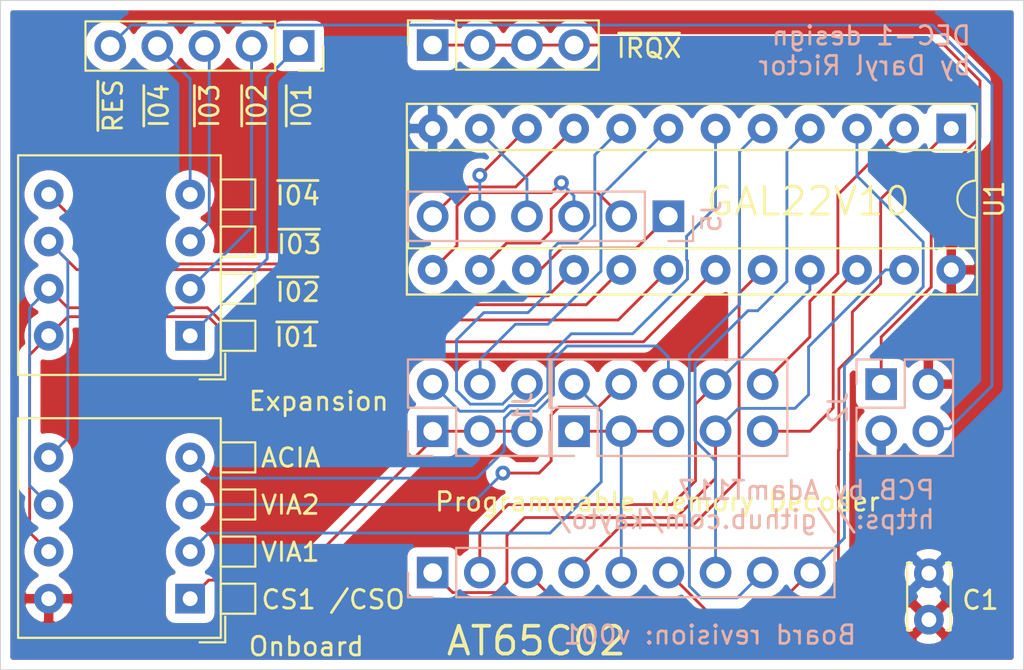
<source format=kicad_pcb>
(kicad_pcb (version 20171130) (host pcbnew "(5.1.9)-1")

  (general
    (thickness 1.6)
    (drawings 28)
    (tracks 246)
    (zones 0)
    (modules 11)
    (nets 36)
  )

  (page A4)
  (title_block
    (title "AT65C02 Programmable Memory Decoder")
    (date 2023-04-19)
    (rev Rev001)
    (comment 4 "Expansion board for AT65C02")
  )

  (layers
    (0 F.Cu signal)
    (31 B.Cu signal)
    (32 B.Adhes user)
    (33 F.Adhes user)
    (34 B.Paste user)
    (35 F.Paste user)
    (36 B.SilkS user)
    (37 F.SilkS user)
    (38 B.Mask user)
    (39 F.Mask user)
    (40 Dwgs.User user)
    (41 Cmts.User user)
    (42 Eco1.User user)
    (43 Eco2.User user)
    (44 Edge.Cuts user)
    (45 Margin user)
    (46 B.CrtYd user)
    (47 F.CrtYd user)
    (48 B.Fab user hide)
    (49 F.Fab user hide)
  )

  (setup
    (last_trace_width 0.1524)
    (user_trace_width 0.25)
    (user_trace_width 0.3048)
    (user_trace_width 0.508)
    (user_trace_width 1)
    (user_trace_width 1)
    (user_trace_width 1)
    (user_trace_width 1)
    (trace_clearance 0.1524)
    (zone_clearance 0.508)
    (zone_45_only yes)
    (trace_min 0.1524)
    (via_size 0.8)
    (via_drill 0.4)
    (via_min_size 0.4)
    (via_min_drill 0.3)
    (user_via 1 0.508)
    (uvia_size 0.3)
    (uvia_drill 0.1)
    (uvias_allowed no)
    (uvia_min_size 0.2)
    (uvia_min_drill 0.1)
    (edge_width 0.05)
    (segment_width 0.2)
    (pcb_text_width 0.3)
    (pcb_text_size 1.5 1.5)
    (mod_edge_width 0.12)
    (mod_text_size 1 1)
    (mod_text_width 0.15)
    (pad_size 1.7 1.7)
    (pad_drill 1)
    (pad_to_mask_clearance 0.051)
    (solder_mask_min_width 0.25)
    (aux_axis_origin 0 0)
    (grid_origin 2.54 0)
    (visible_elements 7FFFEFFF)
    (pcbplotparams
      (layerselection 0x010fc_ffffffff)
      (usegerberextensions true)
      (usegerberattributes false)
      (usegerberadvancedattributes false)
      (creategerberjobfile false)
      (excludeedgelayer true)
      (linewidth 0.100000)
      (plotframeref false)
      (viasonmask false)
      (mode 1)
      (useauxorigin false)
      (hpglpennumber 1)
      (hpglpenspeed 20)
      (hpglpendiameter 15.000000)
      (psnegative false)
      (psa4output false)
      (plotreference true)
      (plotvalue false)
      (plotinvisibletext false)
      (padsonsilk false)
      (subtractmaskfromsilk true)
      (outputformat 1)
      (mirror false)
      (drillshape 0)
      (scaleselection 1)
      (outputdirectory "../../Gerbers/Memory Decoder Rev001/"))
  )

  (net 0 "")
  (net 1 +5V)
  (net 2 GND)
  (net 3 ~IOCS)
  (net 4 ~IOCS_V1)
  (net 5 ~IOCS_V2)
  (net 6 ~IOCS_A)
  (net 7 ~RAM_OE)
  (net 8 ~RAM_CS)
  (net 9 ~IRQX)
  (net 10 ~RES)
  (net 11 CLK)
  (net 12 ~ROM_CS)
  (net 13 /a15)
  (net 14 /a14)
  (net 15 /a13)
  (net 16 /a12)
  (net 17 /a11)
  (net 18 A_CSO)
  (net 19 /a10)
  (net 20 /a4)
  (net 21 /a5)
  (net 22 /a6)
  (net 23 /a7)
  (net 24 /a8)
  (net 25 /a9)
  (net 26 R~W)
  (net 27 ~IO4)
  (net 28 ~IO3)
  (net 29 ~IO2)
  (net 30 ~IO1)
  (net 31 ~IO1x)
  (net 32 ~IO2x)
  (net 33 ~IO3x)
  (net 34 ~IO4x)
  (net 35 RAM~WE)

  (net_class Default "This is the default net class."
    (clearance 0.1524)
    (trace_width 0.1524)
    (via_dia 0.8)
    (via_drill 0.4)
    (uvia_dia 0.3)
    (uvia_drill 0.1)
    (add_net /a10)
    (add_net /a11)
    (add_net /a12)
    (add_net /a13)
    (add_net /a14)
    (add_net /a15)
    (add_net /a4)
    (add_net /a5)
    (add_net /a6)
    (add_net /a7)
    (add_net /a8)
    (add_net /a9)
    (add_net A_CSO)
    (add_net CLK)
    (add_net RAM~WE)
    (add_net R~W)
    (add_net ~IO1)
    (add_net ~IO1x)
    (add_net ~IO2)
    (add_net ~IO2x)
    (add_net ~IO3)
    (add_net ~IO3x)
    (add_net ~IO4)
    (add_net ~IO4x)
    (add_net ~IOCS)
    (add_net ~IOCS_A)
    (add_net ~IOCS_V1)
    (add_net ~IOCS_V2)
    (add_net ~IRQX)
    (add_net ~RAM_CS)
    (add_net ~RAM_OE)
    (add_net ~RES)
    (add_net ~ROM_CS)
  )

  (net_class PWR ""
    (clearance 0.1524)
    (trace_width 0.2286)
    (via_dia 0.8)
    (via_drill 0.4)
    (uvia_dia 0.3)
    (uvia_drill 0.1)
    (add_net +5V)
    (add_net GND)
  )

  (module Capacitor_THT:C_Disc_D3.4mm_W2.1mm_P2.50mm (layer F.Cu) (tedit 5AE50EF0) (tstamp 64184325)
    (at 147.315 107.755 90)
    (descr "C, Disc series, Radial, pin pitch=2.50mm, , diameter*width=3.4*2.1mm^2, Capacitor, http://www.vishay.com/docs/45233/krseries.pdf")
    (tags "C Disc series Radial pin pitch 2.50mm  diameter 3.4mm width 2.1mm Capacitor")
    (path /647F3D88/5E6FCFF5)
    (fp_text reference C1 (at 1.205 2.225 90) (layer F.SilkS) hide
      (effects (font (size 1 1) (thickness 0.15)))
    )
    (fp_text value 0.1uF (at 1.25 2.3 90) (layer F.Fab)
      (effects (font (size 1 1) (thickness 0.15)))
    )
    (fp_line (start 3.55 -1.3) (end -1.05 -1.3) (layer F.CrtYd) (width 0.05))
    (fp_line (start 3.55 1.3) (end 3.55 -1.3) (layer F.CrtYd) (width 0.05))
    (fp_line (start -1.05 1.3) (end 3.55 1.3) (layer F.CrtYd) (width 0.05))
    (fp_line (start -1.05 -1.3) (end -1.05 1.3) (layer F.CrtYd) (width 0.05))
    (fp_line (start 3.07 0.925) (end 3.07 1.17) (layer F.SilkS) (width 0.12))
    (fp_line (start 3.07 -1.17) (end 3.07 -0.925) (layer F.SilkS) (width 0.12))
    (fp_line (start -0.57 0.925) (end -0.57 1.17) (layer F.SilkS) (width 0.12))
    (fp_line (start -0.57 -1.17) (end -0.57 -0.925) (layer F.SilkS) (width 0.12))
    (fp_line (start -0.57 1.17) (end 3.07 1.17) (layer F.SilkS) (width 0.12))
    (fp_line (start -0.57 -1.17) (end 3.07 -1.17) (layer F.SilkS) (width 0.12))
    (fp_line (start 2.95 -1.05) (end -0.45 -1.05) (layer F.Fab) (width 0.1))
    (fp_line (start 2.95 1.05) (end 2.95 -1.05) (layer F.Fab) (width 0.1))
    (fp_line (start -0.45 1.05) (end 2.95 1.05) (layer F.Fab) (width 0.1))
    (fp_line (start -0.45 -1.05) (end -0.45 1.05) (layer F.Fab) (width 0.1))
    (fp_text user %R (at 1.25 0 90) (layer F.Fab)
      (effects (font (size 0.68 0.68) (thickness 0.102)))
    )
    (pad 2 thru_hole circle (at 2.5 0 90) (size 1.6 1.6) (drill 0.8) (layers *.Cu *.Mask)
      (net 2 GND))
    (pad 1 thru_hole circle (at 0 0 90) (size 1.6 1.6) (drill 0.8) (layers *.Cu *.Mask)
      (net 1 +5V))
    (model ${KISYS3DMOD}/Capacitor_THT.3dshapes/C_Disc_D3.4mm_W2.1mm_P2.50mm.wrl
      (at (xyz 0 0 0))
      (scale (xyz 1 1 1))
      (rotate (xyz 0 0 0))
    )
  )

  (module Connector_PinSocket_2.54mm:PinSocket_2x03_P2.54mm_Vertical (layer B.Cu) (tedit 5A19A425) (tstamp 6418440A)
    (at 120.58 97.595 270)
    (descr "Through hole straight socket strip, 2x03, 2.54mm pitch, double cols (from Kicad 4.0.7), script generated")
    (tags "Through hole socket strip THT 2x03 2.54mm double row")
    (path /6499FA1D)
    (fp_text reference J4 (at -1.27 2.77 270) (layer B.SilkS) hide
      (effects (font (size 1 1) (thickness 0.15)) (justify mirror))
    )
    (fp_text value Conn_02x03_Odd_Even (at -1.27 -7.85 270) (layer B.Fab)
      (effects (font (size 1 1) (thickness 0.15)) (justify mirror))
    )
    (fp_line (start -3.81 1.27) (end 0.27 1.27) (layer B.Fab) (width 0.1))
    (fp_line (start 0.27 1.27) (end 1.27 0.27) (layer B.Fab) (width 0.1))
    (fp_line (start 1.27 0.27) (end 1.27 -6.35) (layer B.Fab) (width 0.1))
    (fp_line (start 1.27 -6.35) (end -3.81 -6.35) (layer B.Fab) (width 0.1))
    (fp_line (start -3.81 -6.35) (end -3.81 1.27) (layer B.Fab) (width 0.1))
    (fp_line (start -3.87 1.33) (end -1.27 1.33) (layer B.SilkS) (width 0.12))
    (fp_line (start -3.87 1.33) (end -3.87 -6.41) (layer B.SilkS) (width 0.12))
    (fp_line (start -3.87 -6.41) (end 1.33 -6.41) (layer B.SilkS) (width 0.12))
    (fp_line (start 1.33 -1.27) (end 1.33 -6.41) (layer B.SilkS) (width 0.12))
    (fp_line (start -1.27 -1.27) (end 1.33 -1.27) (layer B.SilkS) (width 0.12))
    (fp_line (start -1.27 1.33) (end -1.27 -1.27) (layer B.SilkS) (width 0.12))
    (fp_line (start 1.33 1.33) (end 1.33 0) (layer B.SilkS) (width 0.12))
    (fp_line (start 0 1.33) (end 1.33 1.33) (layer B.SilkS) (width 0.12))
    (fp_line (start -4.34 1.8) (end 1.76 1.8) (layer B.CrtYd) (width 0.05))
    (fp_line (start 1.76 1.8) (end 1.76 -6.85) (layer B.CrtYd) (width 0.05))
    (fp_line (start 1.76 -6.85) (end -4.34 -6.85) (layer B.CrtYd) (width 0.05))
    (fp_line (start -4.34 -6.85) (end -4.34 1.8) (layer B.CrtYd) (width 0.05))
    (fp_text user %R (at -1.27 -2.54) (layer B.Fab)
      (effects (font (size 1 1) (thickness 0.15)) (justify mirror))
    )
    (pad 1 thru_hole rect (at 0 0 270) (size 1.7 1.7) (drill 1) (layers *.Cu *.Mask)
      (net 18 A_CSO))
    (pad 2 thru_hole oval (at -2.54 0 270) (size 1.7 1.7) (drill 1) (layers *.Cu *.Mask)
      (net 16 /a12))
    (pad 3 thru_hole oval (at 0 -2.54 270) (size 1.7 1.7) (drill 1) (layers *.Cu *.Mask)
      (net 18 A_CSO))
    (pad 4 thru_hole oval (at -2.54 -2.54 270) (size 1.7 1.7) (drill 1) (layers *.Cu *.Mask)
      (net 17 /a11))
    (pad 5 thru_hole oval (at 0 -5.08 270) (size 1.7 1.7) (drill 1) (layers *.Cu *.Mask)
      (net 18 A_CSO))
    (pad 6 thru_hole oval (at -2.54 -5.08 270) (size 1.7 1.7) (drill 1) (layers *.Cu *.Mask)
      (net 19 /a10))
    (model ${KISYS3DMOD}/Connector_PinSocket_2.54mm.3dshapes/PinSocket_2x03_P2.54mm_Vertical.wrl
      (at (xyz 0 0 0))
      (scale (xyz 1 1 1))
      (rotate (xyz 0 0 0))
    )
  )

  (module Package_DIP:DIP-24_W7.62mm_Socket (layer F.Cu) (tedit 5A02E8C5) (tstamp 641844A0)
    (at 148.52 81.275 270)
    (descr "24-lead though-hole mounted DIP package, row spacing 7.62 mm (300 mils), Socket")
    (tags "THT DIP DIL PDIP 2.54mm 7.62mm 300mil Socket")
    (path /64860E61)
    (fp_text reference U1 (at 3.81 -2.33 90) (layer F.SilkS)
      (effects (font (size 1 1) (thickness 0.15)))
    )
    (fp_text value "Flexible Memory Decoder" (at 3.81 30.27 90) (layer F.Fab)
      (effects (font (size 1 1) (thickness 0.15)))
    )
    (fp_line (start 1.635 -1.27) (end 6.985 -1.27) (layer F.Fab) (width 0.1))
    (fp_line (start 6.985 -1.27) (end 6.985 29.21) (layer F.Fab) (width 0.1))
    (fp_line (start 6.985 29.21) (end 0.635 29.21) (layer F.Fab) (width 0.1))
    (fp_line (start 0.635 29.21) (end 0.635 -0.27) (layer F.Fab) (width 0.1))
    (fp_line (start 0.635 -0.27) (end 1.635 -1.27) (layer F.Fab) (width 0.1))
    (fp_line (start -1.27 -1.33) (end -1.27 29.27) (layer F.Fab) (width 0.1))
    (fp_line (start -1.27 29.27) (end 8.89 29.27) (layer F.Fab) (width 0.1))
    (fp_line (start 8.89 29.27) (end 8.89 -1.33) (layer F.Fab) (width 0.1))
    (fp_line (start 8.89 -1.33) (end -1.27 -1.33) (layer F.Fab) (width 0.1))
    (fp_line (start 2.81 -1.33) (end 1.16 -1.33) (layer F.SilkS) (width 0.12))
    (fp_line (start 1.16 -1.33) (end 1.16 29.27) (layer F.SilkS) (width 0.12))
    (fp_line (start 1.16 29.27) (end 6.46 29.27) (layer F.SilkS) (width 0.12))
    (fp_line (start 6.46 29.27) (end 6.46 -1.33) (layer F.SilkS) (width 0.12))
    (fp_line (start 6.46 -1.33) (end 4.81 -1.33) (layer F.SilkS) (width 0.12))
    (fp_line (start -1.33 -1.39) (end -1.33 29.33) (layer F.SilkS) (width 0.12))
    (fp_line (start -1.33 29.33) (end 8.95 29.33) (layer F.SilkS) (width 0.12))
    (fp_line (start 8.95 29.33) (end 8.95 -1.39) (layer F.SilkS) (width 0.12))
    (fp_line (start 8.95 -1.39) (end -1.33 -1.39) (layer F.SilkS) (width 0.12))
    (fp_line (start -1.55 -1.6) (end -1.55 29.55) (layer F.CrtYd) (width 0.05))
    (fp_line (start -1.55 29.55) (end 9.15 29.55) (layer F.CrtYd) (width 0.05))
    (fp_line (start 9.15 29.55) (end 9.15 -1.6) (layer F.CrtYd) (width 0.05))
    (fp_line (start 9.15 -1.6) (end -1.55 -1.6) (layer F.CrtYd) (width 0.05))
    (fp_arc (start 3.81 -1.33) (end 2.81 -1.33) (angle -180) (layer F.SilkS) (width 0.12))
    (fp_text user %R (at 3.81 13.97 90) (layer F.Fab)
      (effects (font (size 1 1) (thickness 0.15)))
    )
    (pad 1 thru_hole rect (at 0 0 270) (size 1.6 1.6) (drill 0.8) (layers *.Cu *.Mask)
      (net 11 CLK))
    (pad 13 thru_hole oval (at 7.62 27.94 270) (size 1.6 1.6) (drill 0.8) (layers *.Cu *.Mask)
      (net 22 /a6))
    (pad 2 thru_hole oval (at 0 2.54 270) (size 1.6 1.6) (drill 0.8) (layers *.Cu *.Mask)
      (net 26 R~W))
    (pad 14 thru_hole oval (at 7.62 25.4 270) (size 1.6 1.6) (drill 0.8) (layers *.Cu *.Mask)
      (net 21 /a5))
    (pad 3 thru_hole oval (at 0 5.08 270) (size 1.6 1.6) (drill 0.8) (layers *.Cu *.Mask)
      (net 13 /a15))
    (pad 15 thru_hole oval (at 7.62 22.86 270) (size 1.6 1.6) (drill 0.8) (layers *.Cu *.Mask)
      (net 20 /a4))
    (pad 4 thru_hole oval (at 0 7.62 270) (size 1.6 1.6) (drill 0.8) (layers *.Cu *.Mask)
      (net 14 /a14))
    (pad 16 thru_hole oval (at 7.62 20.32 270) (size 1.6 1.6) (drill 0.8) (layers *.Cu *.Mask)
      (net 27 ~IO4))
    (pad 5 thru_hole oval (at 0 10.16 270) (size 1.6 1.6) (drill 0.8) (layers *.Cu *.Mask)
      (net 15 /a13))
    (pad 17 thru_hole oval (at 7.62 17.78 270) (size 1.6 1.6) (drill 0.8) (layers *.Cu *.Mask)
      (net 28 ~IO3))
    (pad 6 thru_hole oval (at 0 12.7 270) (size 1.6 1.6) (drill 0.8) (layers *.Cu *.Mask)
      (net 16 /a12))
    (pad 18 thru_hole oval (at 7.62 15.24 270) (size 1.6 1.6) (drill 0.8) (layers *.Cu *.Mask)
      (net 29 ~IO2))
    (pad 7 thru_hole oval (at 0 15.24 270) (size 1.6 1.6) (drill 0.8) (layers *.Cu *.Mask)
      (net 17 /a11))
    (pad 19 thru_hole oval (at 7.62 12.7 270) (size 1.6 1.6) (drill 0.8) (layers *.Cu *.Mask)
      (net 30 ~IO1))
    (pad 8 thru_hole oval (at 0 17.78 270) (size 1.6 1.6) (drill 0.8) (layers *.Cu *.Mask)
      (net 19 /a10))
    (pad 20 thru_hole oval (at 7.62 10.16 270) (size 1.6 1.6) (drill 0.8) (layers *.Cu *.Mask)
      (net 12 ~ROM_CS))
    (pad 9 thru_hole oval (at 0 20.32 270) (size 1.6 1.6) (drill 0.8) (layers *.Cu *.Mask)
      (net 25 /a9))
    (pad 21 thru_hole oval (at 7.62 7.62 270) (size 1.6 1.6) (drill 0.8) (layers *.Cu *.Mask)
      (net 8 ~RAM_CS))
    (pad 10 thru_hole oval (at 0 22.86 270) (size 1.6 1.6) (drill 0.8) (layers *.Cu *.Mask)
      (net 24 /a8))
    (pad 22 thru_hole oval (at 7.62 5.08 270) (size 1.6 1.6) (drill 0.8) (layers *.Cu *.Mask)
      (net 35 RAM~WE))
    (pad 11 thru_hole oval (at 0 25.4 270) (size 1.6 1.6) (drill 0.8) (layers *.Cu *.Mask)
      (net 23 /a7))
    (pad 23 thru_hole oval (at 7.62 2.54 270) (size 1.6 1.6) (drill 0.8) (layers *.Cu *.Mask)
      (net 7 ~RAM_OE))
    (pad 12 thru_hole oval (at 0 27.94 270) (size 1.6 1.6) (drill 0.8) (layers *.Cu *.Mask)
      (net 2 GND))
    (pad 24 thru_hole oval (at 7.62 0 270) (size 1.6 1.6) (drill 0.8) (layers *.Cu *.Mask)
      (net 1 +5V))
    (model ${KISYS3DMOD}/Package_DIP.3dshapes/DIP-24_W7.62mm_Socket.wrl
      (at (xyz 0 0 0))
      (scale (xyz 1 1 1))
      (rotate (xyz 0 0 0))
    )
  )

  (module Connector_PinSocket_2.54mm:PinSocket_1x09_P2.54mm_Vertical (layer B.Cu) (tedit 5A19A431) (tstamp 6418A5BC)
    (at 120.58 105.215 270)
    (descr "Through hole straight socket strip, 1x09, 2.54mm pitch, single row (from Kicad 4.0.7), script generated")
    (tags "Through hole socket strip THT 1x09 2.54mm single row")
    (path /6483CB17)
    (fp_text reference J3 (at 0 2.77 90) (layer B.SilkS) hide
      (effects (font (size 1 1) (thickness 0.15)) (justify mirror))
    )
    (fp_text value "Decoder Signals" (at 0 -23.09 90) (layer B.Fab)
      (effects (font (size 1 1) (thickness 0.15)) (justify mirror))
    )
    (fp_line (start -1.27 1.27) (end 0.635 1.27) (layer B.Fab) (width 0.1))
    (fp_line (start 0.635 1.27) (end 1.27 0.635) (layer B.Fab) (width 0.1))
    (fp_line (start 1.27 0.635) (end 1.27 -21.59) (layer B.Fab) (width 0.1))
    (fp_line (start 1.27 -21.59) (end -1.27 -21.59) (layer B.Fab) (width 0.1))
    (fp_line (start -1.27 -21.59) (end -1.27 1.27) (layer B.Fab) (width 0.1))
    (fp_line (start -1.33 -1.27) (end 1.33 -1.27) (layer B.SilkS) (width 0.12))
    (fp_line (start -1.33 -1.27) (end -1.33 -21.65) (layer B.SilkS) (width 0.12))
    (fp_line (start -1.33 -21.65) (end 1.33 -21.65) (layer B.SilkS) (width 0.12))
    (fp_line (start 1.33 -1.27) (end 1.33 -21.65) (layer B.SilkS) (width 0.12))
    (fp_line (start 1.33 1.33) (end 1.33 0) (layer B.SilkS) (width 0.12))
    (fp_line (start 0 1.33) (end 1.33 1.33) (layer B.SilkS) (width 0.12))
    (fp_line (start -1.8 1.8) (end 1.75 1.8) (layer B.CrtYd) (width 0.05))
    (fp_line (start 1.75 1.8) (end 1.75 -22.1) (layer B.CrtYd) (width 0.05))
    (fp_line (start 1.75 -22.1) (end -1.8 -22.1) (layer B.CrtYd) (width 0.05))
    (fp_line (start -1.8 -22.1) (end -1.8 1.8) (layer B.CrtYd) (width 0.05))
    (fp_text user %R (at 0 -10.16 180) (layer B.Fab)
      (effects (font (size 1 1) (thickness 0.15)) (justify mirror))
    )
    (pad 1 thru_hole rect (at 0 0 270) (size 1.7 1.7) (drill 1) (layers *.Cu *.Mask)
      (net 7 ~RAM_OE))
    (pad 2 thru_hole oval (at 0 -2.54 270) (size 1.7 1.7) (drill 1) (layers *.Cu *.Mask)
      (net 8 ~RAM_CS))
    (pad 3 thru_hole oval (at 0 -5.08 270) (size 1.7 1.7) (drill 1) (layers *.Cu *.Mask)
      (net 11 CLK))
    (pad 4 thru_hole oval (at 0 -7.62 270) (size 1.7 1.7) (drill 1) (layers *.Cu *.Mask)
      (net 12 ~ROM_CS))
    (pad 5 thru_hole oval (at 0 -10.16 270) (size 1.7 1.7) (drill 1) (layers *.Cu *.Mask)
      (net 3 ~IOCS))
    (pad 6 thru_hole oval (at 0 -12.7 270) (size 1.7 1.7) (drill 1) (layers *.Cu *.Mask)
      (net 13 /a15))
    (pad 7 thru_hole oval (at 0 -15.24 270) (size 1.7 1.7) (drill 1) (layers *.Cu *.Mask)
      (net 14 /a14))
    (pad 8 thru_hole oval (at 0 -17.78 270) (size 1.7 1.7) (drill 1) (layers *.Cu *.Mask)
      (net 15 /a13))
    (pad 9 thru_hole oval (at 0 -20.32 270) (size 1.7 1.7) (drill 1) (layers *.Cu *.Mask)
      (net 13 /a15))
    (model ${KISYS3DMOD}/Connector_PinSocket_2.54mm.3dshapes/PinSocket_1x09_P2.54mm_Vertical.wrl
      (at (xyz 0 0 0))
      (scale (xyz 1 1 1))
      (rotate (xyz 0 0 0))
    )
  )

  (module Button_Switch_THT:SW_DIP_SPSTx04_Piano_10.8x11.72mm_W7.62mm_P2.54mm (layer F.Cu) (tedit 5A4E1405) (tstamp 6418C3CB)
    (at 107.515 92.45 180)
    (descr "4x-dip-switch SPST , Piano, row spacing 7.62 mm (300 mils), body size 10.8x11.72mm")
    (tags "DIP Switch SPST Piano 7.62mm 300mil")
    (path /642E47E6)
    (fp_text reference SW2 (at 3.81 -3.11) (layer F.SilkS) hide
      (effects (font (size 1 1) (thickness 0.15)))
    )
    (fp_text value SW_DIP_x04 (at 3.81 10.73) (layer F.Fab)
      (effects (font (size 1 1) (thickness 0.15)))
    )
    (fp_line (start -0.59 -2.05) (end 9.21 -2.05) (layer F.Fab) (width 0.1))
    (fp_line (start 9.21 -2.05) (end 9.21 9.67) (layer F.Fab) (width 0.1))
    (fp_line (start 9.21 9.67) (end -1.59 9.67) (layer F.Fab) (width 0.1))
    (fp_line (start -1.59 9.67) (end -1.59 -1.05) (layer F.Fab) (width 0.1))
    (fp_line (start -1.59 -1.05) (end -0.59 -2.05) (layer F.Fab) (width 0.1))
    (fp_line (start -1.59 -0.75) (end -1.59 0.75) (layer F.Fab) (width 0.1))
    (fp_line (start -1.59 0.75) (end -3.39 0.75) (layer F.Fab) (width 0.1))
    (fp_line (start -3.39 0.75) (end -3.39 -0.75) (layer F.Fab) (width 0.1))
    (fp_line (start -3.39 -0.75) (end -1.59 -0.75) (layer F.Fab) (width 0.1))
    (fp_line (start -1.59 1.79) (end -1.59 3.29) (layer F.Fab) (width 0.1))
    (fp_line (start -1.59 3.29) (end -3.39 3.29) (layer F.Fab) (width 0.1))
    (fp_line (start -3.39 3.29) (end -3.39 1.79) (layer F.Fab) (width 0.1))
    (fp_line (start -3.39 1.79) (end -1.59 1.79) (layer F.Fab) (width 0.1))
    (fp_line (start -1.59 4.33) (end -1.59 5.83) (layer F.Fab) (width 0.1))
    (fp_line (start -1.59 5.83) (end -3.39 5.83) (layer F.Fab) (width 0.1))
    (fp_line (start -3.39 5.83) (end -3.39 4.33) (layer F.Fab) (width 0.1))
    (fp_line (start -3.39 4.33) (end -1.59 4.33) (layer F.Fab) (width 0.1))
    (fp_line (start -1.59 6.87) (end -1.59 8.37) (layer F.Fab) (width 0.1))
    (fp_line (start -1.59 8.37) (end -3.39 8.37) (layer F.Fab) (width 0.1))
    (fp_line (start -3.39 8.37) (end -3.39 6.87) (layer F.Fab) (width 0.1))
    (fp_line (start -3.39 6.87) (end -1.59 6.87) (layer F.Fab) (width 0.1))
    (fp_line (start -1.65 -2.11) (end 9.27 -2.11) (layer F.SilkS) (width 0.12))
    (fp_line (start -1.65 9.73) (end 9.27 9.73) (layer F.SilkS) (width 0.12))
    (fp_line (start -1.65 -2.11) (end -1.65 9.73) (layer F.SilkS) (width 0.12))
    (fp_line (start 9.27 -2.11) (end 9.27 9.73) (layer F.SilkS) (width 0.12))
    (fp_line (start -1.89 -2.35) (end -0.507 -2.35) (layer F.SilkS) (width 0.12))
    (fp_line (start -1.89 -2.35) (end -1.89 -0.967) (layer F.SilkS) (width 0.12))
    (fp_line (start -3.51 -0.81) (end -1.65 -0.81) (layer F.SilkS) (width 0.12))
    (fp_line (start -3.51 0.81) (end -1.65 0.81) (layer F.SilkS) (width 0.12))
    (fp_line (start -3.51 -0.81) (end -3.51 0.81) (layer F.SilkS) (width 0.12))
    (fp_line (start -1.65 -0.81) (end -1.65 0.81) (layer F.SilkS) (width 0.12))
    (fp_line (start -3.51 1.73) (end -1.65 1.73) (layer F.SilkS) (width 0.12))
    (fp_line (start -3.51 3.35) (end -1.65 3.35) (layer F.SilkS) (width 0.12))
    (fp_line (start -3.51 1.73) (end -3.51 3.35) (layer F.SilkS) (width 0.12))
    (fp_line (start -1.65 1.73) (end -1.65 3.35) (layer F.SilkS) (width 0.12))
    (fp_line (start -3.51 4.27) (end -1.65 4.27) (layer F.SilkS) (width 0.12))
    (fp_line (start -3.51 5.89) (end -1.65 5.89) (layer F.SilkS) (width 0.12))
    (fp_line (start -3.51 4.27) (end -3.51 5.89) (layer F.SilkS) (width 0.12))
    (fp_line (start -1.65 4.27) (end -1.65 5.89) (layer F.SilkS) (width 0.12))
    (fp_line (start -3.51 6.81) (end -1.65 6.81) (layer F.SilkS) (width 0.12))
    (fp_line (start -3.51 8.43) (end -1.65 8.43) (layer F.SilkS) (width 0.12))
    (fp_line (start -3.51 6.81) (end -3.51 8.43) (layer F.SilkS) (width 0.12))
    (fp_line (start -1.65 6.81) (end -1.65 8.43) (layer F.SilkS) (width 0.12))
    (fp_line (start -3.65 -2.4) (end -3.65 10) (layer F.CrtYd) (width 0.05))
    (fp_line (start -3.65 10) (end 9.5 10) (layer F.CrtYd) (width 0.05))
    (fp_line (start 9.5 10) (end 9.5 -2.4) (layer F.CrtYd) (width 0.05))
    (fp_line (start 9.5 -2.4) (end -3.65 -2.4) (layer F.CrtYd) (width 0.05))
    (fp_text user %R (at 3.81 3.81) (layer F.Fab)
      (effects (font (size 0.8 0.8) (thickness 0.12)))
    )
    (pad 1 thru_hole rect (at 0 0 180) (size 1.6 1.6) (drill 0.8) (layers *.Cu *.Mask)
      (net 31 ~IO1x))
    (pad 5 thru_hole oval (at 7.62 7.62 180) (size 1.6 1.6) (drill 0.8) (layers *.Cu *.Mask)
      (net 27 ~IO4))
    (pad 2 thru_hole oval (at 0 2.54 180) (size 1.6 1.6) (drill 0.8) (layers *.Cu *.Mask)
      (net 32 ~IO2x))
    (pad 6 thru_hole oval (at 7.62 5.08 180) (size 1.6 1.6) (drill 0.8) (layers *.Cu *.Mask)
      (net 28 ~IO3))
    (pad 3 thru_hole oval (at 0 5.08 180) (size 1.6 1.6) (drill 0.8) (layers *.Cu *.Mask)
      (net 33 ~IO3x))
    (pad 7 thru_hole oval (at 7.62 2.54 180) (size 1.6 1.6) (drill 0.8) (layers *.Cu *.Mask)
      (net 29 ~IO2))
    (pad 4 thru_hole oval (at 0 7.62 180) (size 1.6 1.6) (drill 0.8) (layers *.Cu *.Mask)
      (net 34 ~IO4x))
    (pad 8 thru_hole oval (at 7.62 0 180) (size 1.6 1.6) (drill 0.8) (layers *.Cu *.Mask)
      (net 30 ~IO1))
    (model ${KISYS3DMOD}/Button_Switch_THT.3dshapes/SW_DIP_SPSTx04_Piano_10.8x11.72mm_W7.62mm_P2.54mm.wrl
      (at (xyz 0 0 0))
      (scale (xyz 1 1 1))
      (rotate (xyz 0 0 90))
    )
  )

  (module Button_Switch_THT:SW_DIP_SPSTx04_Piano_10.8x11.72mm_W7.62mm_P2.54mm (layer F.Cu) (tedit 5A4E1405) (tstamp 6418CDA4)
    (at 107.515 106.625 180)
    (descr "4x-dip-switch SPST , Piano, row spacing 7.62 mm (300 mils), body size 10.8x11.72mm")
    (tags "DIP Switch SPST Piano 7.62mm 300mil")
    (path /641F19A6)
    (fp_text reference SW1 (at 3.81 -3.11) (layer F.SilkS) hide
      (effects (font (size 1 1) (thickness 0.15)))
    )
    (fp_text value SW_DIP_x04 (at 3.81 10.73) (layer F.Fab)
      (effects (font (size 1 1) (thickness 0.15)))
    )
    (fp_line (start -0.59 -2.05) (end 9.21 -2.05) (layer F.Fab) (width 0.1))
    (fp_line (start 9.21 -2.05) (end 9.21 9.67) (layer F.Fab) (width 0.1))
    (fp_line (start 9.21 9.67) (end -1.59 9.67) (layer F.Fab) (width 0.1))
    (fp_line (start -1.59 9.67) (end -1.59 -1.05) (layer F.Fab) (width 0.1))
    (fp_line (start -1.59 -1.05) (end -0.59 -2.05) (layer F.Fab) (width 0.1))
    (fp_line (start -1.59 -0.75) (end -1.59 0.75) (layer F.Fab) (width 0.1))
    (fp_line (start -1.59 0.75) (end -3.39 0.75) (layer F.Fab) (width 0.1))
    (fp_line (start -3.39 0.75) (end -3.39 -0.75) (layer F.Fab) (width 0.1))
    (fp_line (start -3.39 -0.75) (end -1.59 -0.75) (layer F.Fab) (width 0.1))
    (fp_line (start -1.59 1.79) (end -1.59 3.29) (layer F.Fab) (width 0.1))
    (fp_line (start -1.59 3.29) (end -3.39 3.29) (layer F.Fab) (width 0.1))
    (fp_line (start -3.39 3.29) (end -3.39 1.79) (layer F.Fab) (width 0.1))
    (fp_line (start -3.39 1.79) (end -1.59 1.79) (layer F.Fab) (width 0.1))
    (fp_line (start -1.59 4.33) (end -1.59 5.83) (layer F.Fab) (width 0.1))
    (fp_line (start -1.59 5.83) (end -3.39 5.83) (layer F.Fab) (width 0.1))
    (fp_line (start -3.39 5.83) (end -3.39 4.33) (layer F.Fab) (width 0.1))
    (fp_line (start -3.39 4.33) (end -1.59 4.33) (layer F.Fab) (width 0.1))
    (fp_line (start -1.59 6.87) (end -1.59 8.37) (layer F.Fab) (width 0.1))
    (fp_line (start -1.59 8.37) (end -3.39 8.37) (layer F.Fab) (width 0.1))
    (fp_line (start -3.39 8.37) (end -3.39 6.87) (layer F.Fab) (width 0.1))
    (fp_line (start -3.39 6.87) (end -1.59 6.87) (layer F.Fab) (width 0.1))
    (fp_line (start -1.65 -2.11) (end 9.27 -2.11) (layer F.SilkS) (width 0.12))
    (fp_line (start -1.65 9.73) (end 9.27 9.73) (layer F.SilkS) (width 0.12))
    (fp_line (start -1.65 -2.11) (end -1.65 9.73) (layer F.SilkS) (width 0.12))
    (fp_line (start 9.27 -2.11) (end 9.27 9.73) (layer F.SilkS) (width 0.12))
    (fp_line (start -1.89 -2.35) (end -0.507 -2.35) (layer F.SilkS) (width 0.12))
    (fp_line (start -1.89 -2.35) (end -1.89 -0.967) (layer F.SilkS) (width 0.12))
    (fp_line (start -3.51 -0.81) (end -1.65 -0.81) (layer F.SilkS) (width 0.12))
    (fp_line (start -3.51 0.81) (end -1.65 0.81) (layer F.SilkS) (width 0.12))
    (fp_line (start -3.51 -0.81) (end -3.51 0.81) (layer F.SilkS) (width 0.12))
    (fp_line (start -1.65 -0.81) (end -1.65 0.81) (layer F.SilkS) (width 0.12))
    (fp_line (start -3.51 1.73) (end -1.65 1.73) (layer F.SilkS) (width 0.12))
    (fp_line (start -3.51 3.35) (end -1.65 3.35) (layer F.SilkS) (width 0.12))
    (fp_line (start -3.51 1.73) (end -3.51 3.35) (layer F.SilkS) (width 0.12))
    (fp_line (start -1.65 1.73) (end -1.65 3.35) (layer F.SilkS) (width 0.12))
    (fp_line (start -3.51 4.27) (end -1.65 4.27) (layer F.SilkS) (width 0.12))
    (fp_line (start -3.51 5.89) (end -1.65 5.89) (layer F.SilkS) (width 0.12))
    (fp_line (start -3.51 4.27) (end -3.51 5.89) (layer F.SilkS) (width 0.12))
    (fp_line (start -1.65 4.27) (end -1.65 5.89) (layer F.SilkS) (width 0.12))
    (fp_line (start -3.51 6.81) (end -1.65 6.81) (layer F.SilkS) (width 0.12))
    (fp_line (start -3.51 8.43) (end -1.65 8.43) (layer F.SilkS) (width 0.12))
    (fp_line (start -3.51 6.81) (end -3.51 8.43) (layer F.SilkS) (width 0.12))
    (fp_line (start -1.65 6.81) (end -1.65 8.43) (layer F.SilkS) (width 0.12))
    (fp_line (start -3.65 -2.4) (end -3.65 10) (layer F.CrtYd) (width 0.05))
    (fp_line (start -3.65 10) (end 9.5 10) (layer F.CrtYd) (width 0.05))
    (fp_line (start 9.5 10) (end 9.5 -2.4) (layer F.CrtYd) (width 0.05))
    (fp_line (start 9.5 -2.4) (end -3.65 -2.4) (layer F.CrtYd) (width 0.05))
    (fp_text user %R (at 3.81 3.81) (layer F.Fab)
      (effects (font (size 0.8 0.8) (thickness 0.12)))
    )
    (pad 1 thru_hole rect (at 0 0 180) (size 1.6 1.6) (drill 0.8) (layers *.Cu *.Mask)
      (net 18 A_CSO))
    (pad 5 thru_hole oval (at 7.62 7.62 180) (size 1.6 1.6) (drill 0.8) (layers *.Cu *.Mask)
      (net 28 ~IO3))
    (pad 2 thru_hole oval (at 0 2.54 180) (size 1.6 1.6) (drill 0.8) (layers *.Cu *.Mask)
      (net 4 ~IOCS_V1))
    (pad 6 thru_hole oval (at 7.62 5.08 180) (size 1.6 1.6) (drill 0.8) (layers *.Cu *.Mask)
      (net 29 ~IO2))
    (pad 3 thru_hole oval (at 0 5.08 180) (size 1.6 1.6) (drill 0.8) (layers *.Cu *.Mask)
      (net 5 ~IOCS_V2))
    (pad 7 thru_hole oval (at 7.62 2.54 180) (size 1.6 1.6) (drill 0.8) (layers *.Cu *.Mask)
      (net 30 ~IO1))
    (pad 4 thru_hole oval (at 0 7.62 180) (size 1.6 1.6) (drill 0.8) (layers *.Cu *.Mask)
      (net 6 ~IOCS_A))
    (pad 8 thru_hole oval (at 7.62 0 180) (size 1.6 1.6) (drill 0.8) (layers *.Cu *.Mask)
      (net 1 +5V))
    (model ${KISYS3DMOD}/Button_Switch_THT.3dshapes/SW_DIP_SPSTx04_Piano_10.8x11.72mm_W7.62mm_P2.54mm.wrl
      (at (xyz 0 0 0))
      (scale (xyz 1 1 1))
      (rotate (xyz 0 0 90))
    )
  )

  (module Connector_PinSocket_2.54mm:PinSocket_1x05_P2.54mm_Vertical (layer F.Cu) (tedit 5A19A420) (tstamp 6418D692)
    (at 113.365 76.825 270)
    (descr "Through hole straight socket strip, 1x05, 2.54mm pitch, single row (from Kicad 4.0.7), script generated")
    (tags "Through hole socket strip THT 1x05 2.54mm single row")
    (path /642850BA)
    (fp_text reference J6 (at 0 -2.77 90) (layer F.SilkS) hide
      (effects (font (size 1 1) (thickness 0.15)))
    )
    (fp_text value ~CS1~ (at 0 12.93 90) (layer F.Fab)
      (effects (font (size 1 1) (thickness 0.15)))
    )
    (fp_line (start -1.27 -1.27) (end 0.635 -1.27) (layer F.Fab) (width 0.1))
    (fp_line (start 0.635 -1.27) (end 1.27 -0.635) (layer F.Fab) (width 0.1))
    (fp_line (start 1.27 -0.635) (end 1.27 11.43) (layer F.Fab) (width 0.1))
    (fp_line (start 1.27 11.43) (end -1.27 11.43) (layer F.Fab) (width 0.1))
    (fp_line (start -1.27 11.43) (end -1.27 -1.27) (layer F.Fab) (width 0.1))
    (fp_line (start -1.33 1.27) (end 1.33 1.27) (layer F.SilkS) (width 0.12))
    (fp_line (start -1.33 1.27) (end -1.33 11.49) (layer F.SilkS) (width 0.12))
    (fp_line (start -1.33 11.49) (end 1.33 11.49) (layer F.SilkS) (width 0.12))
    (fp_line (start 1.33 1.27) (end 1.33 11.49) (layer F.SilkS) (width 0.12))
    (fp_line (start 1.33 -1.33) (end 1.33 0) (layer F.SilkS) (width 0.12))
    (fp_line (start 0 -1.33) (end 1.33 -1.33) (layer F.SilkS) (width 0.12))
    (fp_line (start -1.8 -1.8) (end 1.75 -1.8) (layer F.CrtYd) (width 0.05))
    (fp_line (start 1.75 -1.8) (end 1.75 11.9) (layer F.CrtYd) (width 0.05))
    (fp_line (start 1.75 11.9) (end -1.8 11.9) (layer F.CrtYd) (width 0.05))
    (fp_line (start -1.8 11.9) (end -1.8 -1.8) (layer F.CrtYd) (width 0.05))
    (fp_text user %R (at 0 5.08) (layer F.Fab)
      (effects (font (size 1 1) (thickness 0.15)))
    )
    (pad 1 thru_hole rect (at 0 0 270) (size 1.7 1.7) (drill 1) (layers *.Cu *.Mask)
      (net 31 ~IO1x))
    (pad 2 thru_hole oval (at 0 2.54 270) (size 1.7 1.7) (drill 1) (layers *.Cu *.Mask)
      (net 32 ~IO2x))
    (pad 3 thru_hole oval (at 0 5.08 270) (size 1.7 1.7) (drill 1) (layers *.Cu *.Mask)
      (net 33 ~IO3x))
    (pad 4 thru_hole oval (at 0 7.62 270) (size 1.7 1.7) (drill 1) (layers *.Cu *.Mask)
      (net 34 ~IO4x))
    (pad 5 thru_hole oval (at 0 10.16 270) (size 1.7 1.7) (drill 1) (layers *.Cu *.Mask)
      (net 10 ~RES))
    (model ${KISYS3DMOD}/Connector_PinSocket_2.54mm.3dshapes/PinSocket_1x05_P2.54mm_Vertical.wrl
      (at (xyz 0 0 0))
      (scale (xyz 1 1 1))
      (rotate (xyz 0 0 0))
    )
  )

  (module Connector_PinSocket_2.54mm:PinSocket_1x04_P2.54mm_Vertical (layer F.Cu) (tedit 5A19A429) (tstamp 6418D6C1)
    (at 120.58 76.775 90)
    (descr "Through hole straight socket strip, 1x04, 2.54mm pitch, single row (from Kicad 4.0.7), script generated")
    (tags "Through hole socket strip THT 1x04 2.54mm single row")
    (path /6436718F)
    (fp_text reference J7 (at 0 -2.77 90) (layer F.SilkS) hide
      (effects (font (size 1 1) (thickness 0.15)))
    )
    (fp_text value ~CS1~ (at 0 10.39 90) (layer F.Fab)
      (effects (font (size 1 1) (thickness 0.15)))
    )
    (fp_line (start -1.27 -1.27) (end 0.635 -1.27) (layer F.Fab) (width 0.1))
    (fp_line (start 0.635 -1.27) (end 1.27 -0.635) (layer F.Fab) (width 0.1))
    (fp_line (start 1.27 -0.635) (end 1.27 8.89) (layer F.Fab) (width 0.1))
    (fp_line (start 1.27 8.89) (end -1.27 8.89) (layer F.Fab) (width 0.1))
    (fp_line (start -1.27 8.89) (end -1.27 -1.27) (layer F.Fab) (width 0.1))
    (fp_line (start -1.33 1.27) (end 1.33 1.27) (layer F.SilkS) (width 0.12))
    (fp_line (start -1.33 1.27) (end -1.33 8.95) (layer F.SilkS) (width 0.12))
    (fp_line (start -1.33 8.95) (end 1.33 8.95) (layer F.SilkS) (width 0.12))
    (fp_line (start 1.33 1.27) (end 1.33 8.95) (layer F.SilkS) (width 0.12))
    (fp_line (start 1.33 -1.33) (end 1.33 0) (layer F.SilkS) (width 0.12))
    (fp_line (start 0 -1.33) (end 1.33 -1.33) (layer F.SilkS) (width 0.12))
    (fp_line (start -1.8 -1.8) (end 1.75 -1.8) (layer F.CrtYd) (width 0.05))
    (fp_line (start 1.75 -1.8) (end 1.75 9.4) (layer F.CrtYd) (width 0.05))
    (fp_line (start 1.75 9.4) (end -1.8 9.4) (layer F.CrtYd) (width 0.05))
    (fp_line (start -1.8 9.4) (end -1.8 -1.8) (layer F.CrtYd) (width 0.05))
    (fp_text user %R (at 0 3.81) (layer F.Fab)
      (effects (font (size 1 1) (thickness 0.15)))
    )
    (pad 1 thru_hole rect (at 0 0 90) (size 1.7 1.7) (drill 1) (layers *.Cu *.Mask)
      (net 9 ~IRQX))
    (pad 2 thru_hole oval (at 0 2.54 90) (size 1.7 1.7) (drill 1) (layers *.Cu *.Mask)
      (net 9 ~IRQX))
    (pad 3 thru_hole oval (at 0 5.08 90) (size 1.7 1.7) (drill 1) (layers *.Cu *.Mask)
      (net 9 ~IRQX))
    (pad 4 thru_hole oval (at 0 7.62 90) (size 1.7 1.7) (drill 1) (layers *.Cu *.Mask)
      (net 9 ~IRQX))
    (model ${KISYS3DMOD}/Connector_PinSocket_2.54mm.3dshapes/PinSocket_1x04_P2.54mm_Vertical.wrl
      (at (xyz 0 0 0))
      (scale (xyz 1 1 1))
      (rotate (xyz 0 0 0))
    )
  )

  (module Connector_PinHeader_2.54mm:PinHeader_1x06_P2.54mm_Vertical (layer B.Cu) (tedit 59FED5CC) (tstamp 6419F152)
    (at 133.28 86.005 90)
    (descr "Through hole straight pin header, 1x06, 2.54mm pitch, single row")
    (tags "Through hole pin header THT 1x06 2.54mm single row")
    (path /647F44EA)
    (fp_text reference J5 (at 0 2.33 90) (layer B.SilkS)
      (effects (font (size 1 1) (thickness 0.15)) (justify mirror))
    )
    (fp_text value "Memory Decoder Expansion" (at 0 -15.03 90) (layer B.Fab)
      (effects (font (size 1 1) (thickness 0.15)) (justify mirror))
    )
    (fp_line (start 1.8 1.8) (end -1.8 1.8) (layer B.CrtYd) (width 0.05))
    (fp_line (start 1.8 -14.5) (end 1.8 1.8) (layer B.CrtYd) (width 0.05))
    (fp_line (start -1.8 -14.5) (end 1.8 -14.5) (layer B.CrtYd) (width 0.05))
    (fp_line (start -1.8 1.8) (end -1.8 -14.5) (layer B.CrtYd) (width 0.05))
    (fp_line (start -1.33 1.33) (end 0 1.33) (layer B.SilkS) (width 0.12))
    (fp_line (start -1.33 0) (end -1.33 1.33) (layer B.SilkS) (width 0.12))
    (fp_line (start -1.33 -1.27) (end 1.33 -1.27) (layer B.SilkS) (width 0.12))
    (fp_line (start 1.33 -1.27) (end 1.33 -14.03) (layer B.SilkS) (width 0.12))
    (fp_line (start -1.33 -1.27) (end -1.33 -14.03) (layer B.SilkS) (width 0.12))
    (fp_line (start -1.33 -14.03) (end 1.33 -14.03) (layer B.SilkS) (width 0.12))
    (fp_line (start -1.27 0.635) (end -0.635 1.27) (layer B.Fab) (width 0.1))
    (fp_line (start -1.27 -13.97) (end -1.27 0.635) (layer B.Fab) (width 0.1))
    (fp_line (start 1.27 -13.97) (end -1.27 -13.97) (layer B.Fab) (width 0.1))
    (fp_line (start 1.27 1.27) (end 1.27 -13.97) (layer B.Fab) (width 0.1))
    (fp_line (start -0.635 1.27) (end 1.27 1.27) (layer B.Fab) (width 0.1))
    (fp_text user %R (at 0 -6.35 180) (layer B.Fab)
      (effects (font (size 1 1) (thickness 0.15)) (justify mirror))
    )
    (pad 1 thru_hole rect (at 0 0 90) (size 1.7 1.7) (drill 1) (layers *.Cu *.Mask)
      (net 20 /a4))
    (pad 2 thru_hole oval (at 0 -2.54 90) (size 1.7 1.7) (drill 1) (layers *.Cu *.Mask)
      (net 21 /a5))
    (pad 3 thru_hole oval (at 0 -5.08 90) (size 1.7 1.7) (drill 1) (layers *.Cu *.Mask)
      (net 22 /a6))
    (pad 4 thru_hole oval (at 0 -7.62 90) (size 1.7 1.7) (drill 1) (layers *.Cu *.Mask)
      (net 23 /a7))
    (pad 5 thru_hole oval (at 0 -10.16 90) (size 1.7 1.7) (drill 1) (layers *.Cu *.Mask)
      (net 24 /a8))
    (pad 6 thru_hole oval (at 0 -12.7 90) (size 1.7 1.7) (drill 1) (layers *.Cu *.Mask)
      (net 25 /a9))
    (model ${KISYS3DMOD}/Connector_PinHeader_2.54mm.3dshapes/PinHeader_1x06_P2.54mm_Vertical.wrl
      (at (xyz 0 0 0))
      (scale (xyz 1 1 1))
      (rotate (xyz 0 0 0))
    )
  )

  (module Connector_PinSocket_2.54mm:PinSocket_2x05_P2.54mm_Vertical (layer B.Cu) (tedit 5A19A42B) (tstamp 6419F3E5)
    (at 128.2 97.595 270)
    (descr "Through hole straight socket strip, 2x05, 2.54mm pitch, double cols (from Kicad 4.0.7), script generated")
    (tags "Through hole socket strip THT 2x05 2.54mm double row")
    (path /647F44EC)
    (fp_text reference J1 (at -1.27 2.77 90) (layer B.SilkS)
      (effects (font (size 1 1) (thickness 0.15)) (justify mirror))
    )
    (fp_text value "IOCS/Decoder Signals Expansion #5" (at -1.27 -12.93 90) (layer B.Fab)
      (effects (font (size 1 1) (thickness 0.15)) (justify mirror))
    )
    (fp_line (start -4.34 -11.9) (end -4.34 1.8) (layer B.CrtYd) (width 0.05))
    (fp_line (start 1.76 -11.9) (end -4.34 -11.9) (layer B.CrtYd) (width 0.05))
    (fp_line (start 1.76 1.8) (end 1.76 -11.9) (layer B.CrtYd) (width 0.05))
    (fp_line (start -4.34 1.8) (end 1.76 1.8) (layer B.CrtYd) (width 0.05))
    (fp_line (start 0 1.33) (end 1.33 1.33) (layer B.SilkS) (width 0.12))
    (fp_line (start 1.33 1.33) (end 1.33 0) (layer B.SilkS) (width 0.12))
    (fp_line (start -1.27 1.33) (end -1.27 -1.27) (layer B.SilkS) (width 0.12))
    (fp_line (start -1.27 -1.27) (end 1.33 -1.27) (layer B.SilkS) (width 0.12))
    (fp_line (start 1.33 -1.27) (end 1.33 -11.49) (layer B.SilkS) (width 0.12))
    (fp_line (start -3.87 -11.49) (end 1.33 -11.49) (layer B.SilkS) (width 0.12))
    (fp_line (start -3.87 1.33) (end -3.87 -11.49) (layer B.SilkS) (width 0.12))
    (fp_line (start -3.87 1.33) (end -1.27 1.33) (layer B.SilkS) (width 0.12))
    (fp_line (start -3.81 -11.43) (end -3.81 1.27) (layer B.Fab) (width 0.1))
    (fp_line (start 1.27 -11.43) (end -3.81 -11.43) (layer B.Fab) (width 0.1))
    (fp_line (start 1.27 0.27) (end 1.27 -11.43) (layer B.Fab) (width 0.1))
    (fp_line (start 0.27 1.27) (end 1.27 0.27) (layer B.Fab) (width 0.1))
    (fp_line (start -3.81 1.27) (end 0.27 1.27) (layer B.Fab) (width 0.1))
    (fp_text user %R (at -1.27 -5.08 180) (layer B.Fab)
      (effects (font (size 1 1) (thickness 0.15)) (justify mirror))
    )
    (pad 1 thru_hole rect (at 0 0 270) (size 1.7 1.7) (drill 1) (layers *.Cu *.Mask)
      (net 3 ~IOCS))
    (pad 2 thru_hole oval (at -2.54 0 270) (size 1.7 1.7) (drill 1) (layers *.Cu *.Mask)
      (net 4 ~IOCS_V1))
    (pad 3 thru_hole oval (at 0 -2.54 270) (size 1.7 1.7) (drill 1) (layers *.Cu *.Mask)
      (net 3 ~IOCS))
    (pad 4 thru_hole oval (at -2.54 -2.54 270) (size 1.7 1.7) (drill 1) (layers *.Cu *.Mask)
      (net 5 ~IOCS_V2))
    (pad 5 thru_hole oval (at 0 -5.08 270) (size 1.7 1.7) (drill 1) (layers *.Cu *.Mask)
      (net 3 ~IOCS))
    (pad 6 thru_hole oval (at -2.54 -5.08 270) (size 1.7 1.7) (drill 1) (layers *.Cu *.Mask)
      (net 6 ~IOCS_A))
    (pad 7 thru_hole oval (at 0 -7.62 270) (size 1.7 1.7) (drill 1) (layers *.Cu *.Mask)
      (net 7 ~RAM_OE))
    (pad 8 thru_hole oval (at -2.54 -7.62 270) (size 1.7 1.7) (drill 1) (layers *.Cu *.Mask)
      (net 8 ~RAM_CS))
    (pad 9 thru_hole oval (at 0 -10.16 270) (size 1.7 1.7) (drill 1) (layers *.Cu *.Mask)
      (net 35 RAM~WE))
    (pad 10 thru_hole oval (at -2.54 -10.16 270) (size 1.7 1.7) (drill 1) (layers *.Cu *.Mask)
      (net 26 R~W))
    (model ${KISYS3DMOD}/Connector_PinSocket_2.54mm.3dshapes/PinSocket_2x05_P2.54mm_Vertical.wrl
      (at (xyz 0 0 0))
      (scale (xyz 1 1 1))
      (rotate (xyz 0 0 0))
    )
  )

  (module Connector_PinHeader_2.54mm:PinHeader_2x02_P2.54mm_Vertical (layer B.Cu) (tedit 59FED5CC) (tstamp 6419F404)
    (at 144.745 95.055 270)
    (descr "Through hole straight pin header, 2x02, 2.54mm pitch, double rows")
    (tags "Through hole pin header THT 2x02 2.54mm double row")
    (path /647F44EB)
    (fp_text reference J2 (at 1.27 2.33 90) (layer B.SilkS)
      (effects (font (size 1 1) (thickness 0.15)) (justify mirror))
    )
    (fp_text value Conn_02x02_Odd_Even (at 1.27 -4.87 90) (layer B.Fab)
      (effects (font (size 1 1) (thickness 0.15)) (justify mirror))
    )
    (fp_line (start 4.35 1.8) (end -1.8 1.8) (layer B.CrtYd) (width 0.05))
    (fp_line (start 4.35 -4.35) (end 4.35 1.8) (layer B.CrtYd) (width 0.05))
    (fp_line (start -1.8 -4.35) (end 4.35 -4.35) (layer B.CrtYd) (width 0.05))
    (fp_line (start -1.8 1.8) (end -1.8 -4.35) (layer B.CrtYd) (width 0.05))
    (fp_line (start -1.33 1.33) (end 0 1.33) (layer B.SilkS) (width 0.12))
    (fp_line (start -1.33 0) (end -1.33 1.33) (layer B.SilkS) (width 0.12))
    (fp_line (start 1.27 1.33) (end 3.87 1.33) (layer B.SilkS) (width 0.12))
    (fp_line (start 1.27 -1.27) (end 1.27 1.33) (layer B.SilkS) (width 0.12))
    (fp_line (start -1.33 -1.27) (end 1.27 -1.27) (layer B.SilkS) (width 0.12))
    (fp_line (start 3.87 1.33) (end 3.87 -3.87) (layer B.SilkS) (width 0.12))
    (fp_line (start -1.33 -1.27) (end -1.33 -3.87) (layer B.SilkS) (width 0.12))
    (fp_line (start -1.33 -3.87) (end 3.87 -3.87) (layer B.SilkS) (width 0.12))
    (fp_line (start -1.27 0) (end 0 1.27) (layer B.Fab) (width 0.1))
    (fp_line (start -1.27 -3.81) (end -1.27 0) (layer B.Fab) (width 0.1))
    (fp_line (start 3.81 -3.81) (end -1.27 -3.81) (layer B.Fab) (width 0.1))
    (fp_line (start 3.81 1.27) (end 3.81 -3.81) (layer B.Fab) (width 0.1))
    (fp_line (start 0 1.27) (end 3.81 1.27) (layer B.Fab) (width 0.1))
    (fp_text user %R (at 1.27 -1.27 180) (layer B.Fab)
      (effects (font (size 1 1) (thickness 0.15)) (justify mirror))
    )
    (pad 1 thru_hole rect (at 0 0 270) (size 1.7 1.7) (drill 1) (layers *.Cu *.Mask)
      (net 9 ~IRQX))
    (pad 2 thru_hole oval (at 2.54 0 270) (size 1.7 1.7) (drill 1) (layers *.Cu *.Mask)
      (net 2 GND))
    (pad 3 thru_hole oval (at 0 -2.54 270) (size 1.7 1.7) (drill 1) (layers *.Cu *.Mask)
      (net 1 +5V))
    (pad 4 thru_hole oval (at 2.54 -2.54 270) (size 1.7 1.7) (drill 1) (layers *.Cu *.Mask)
      (net 10 ~RES))
    (model ${KISYS3DMOD}/Connector_PinHeader_2.54mm.3dshapes/PinHeader_2x02_P2.54mm_Vertical.wrl
      (at (xyz 0 0 0))
      (scale (xyz 1 1 1))
      (rotate (xyz 0 0 0))
    )
  )

  (gr_text C1 (at 150.09 106.7) (layer F.SilkS) (tstamp 645BF426)
    (effects (font (size 1 1) (thickness 0.15)))
  )
  (gr_text "DEC-1 design\nby Daryl Rictor" (at 149.665 77.075) (layer B.SilkS) (tstamp 6419EE67)
    (effects (font (size 1 1) (thickness 0.15)) (justify left mirror))
  )
  (gr_text "GAL22V10 " (at 141.39 85.2) (layer F.SilkS)
    (effects (font (size 1.5 1.5) (thickness 0.15)))
  )
  (gr_text ~IRQX (at 132.24 76.95) (layer F.SilkS) (tstamp 6418E443)
    (effects (font (size 1 1) (thickness 0.15)))
  )
  (gr_text ~I02 (at 111.115 80.05 90) (layer F.SilkS) (tstamp 6418D884)
    (effects (font (size 1 1) (thickness 0.15)))
  )
  (gr_text ~I03 (at 108.565 80.05 90) (layer F.SilkS) (tstamp 6418D882)
    (effects (font (size 1 1) (thickness 0.15)))
  )
  (gr_text ~I04 (at 105.84 80.05 90) (layer F.SilkS) (tstamp 6418D880)
    (effects (font (size 1 1) (thickness 0.15)))
  )
  (gr_text ~RES (at 103.365 80.05 90) (layer F.SilkS) (tstamp 6418D87E)
    (effects (font (size 1 1) (thickness 0.15)))
  )
  (gr_text Onboard (at 113.773333 109.2) (layer F.SilkS) (tstamp 6418C9F7)
    (effects (font (size 1 1) (thickness 0.15)))
  )
  (gr_text Expansion (at 114.44 95.975) (layer F.SilkS) (tstamp 6418C9F4)
    (effects (font (size 1 1) (thickness 0.15)))
  )
  (gr_text ~I02 (at 113.315 90.1) (layer F.SilkS) (tstamp 6418C85F)
    (effects (font (size 1 1) (thickness 0.15)))
  )
  (gr_text ~I03 (at 113.39 87.525) (layer F.SilkS) (tstamp 6418C85D)
    (effects (font (size 1 1) (thickness 0.15)))
  )
  (gr_text ~I04 (at 113.315 84.9) (layer F.SilkS) (tstamp 6418C85A)
    (effects (font (size 1 1) (thickness 0.15)))
  )
  (gr_text ~I01 (at 113.265 92.525) (layer F.SilkS) (tstamp 6418C857)
    (effects (font (size 1 1) (thickness 0.15)))
  )
  (gr_text ~I01 (at 113.515 80.05 90) (layer F.SilkS) (tstamp 6418B78C)
    (effects (font (size 1 1) (thickness 0.15)))
  )
  (gr_text "CS1 /CSO \n" (at 111.265 106.675) (layer F.SilkS) (tstamp 6418A072)
    (effects (font (size 1 1) (thickness 0.15)) (justify left))
  )
  (gr_text VIA1 (at 112.911428 104.11) (layer F.SilkS) (tstamp 6418A070)
    (effects (font (size 1 1) (thickness 0.15)))
  )
  (gr_text VIA2 (at 112.911428 101.57) (layer F.SilkS) (tstamp 6418A06E)
    (effects (font (size 1 1) (thickness 0.15)))
  )
  (gr_text ACIA (at 112.935238 99.03) (layer F.SilkS) (tstamp 6418A069)
    (effects (font (size 1 1) (thickness 0.15)))
  )
  (gr_text "Programmable Memory Decoder" (at 132.69 101.4) (layer F.SilkS) (tstamp 64177D90)
    (effects (font (size 1 1) (thickness 0.15)))
  )
  (gr_text https://github.com/kayto/ (at 147.715 102.35) (layer B.SilkS) (tstamp 6362E558)
    (effects (font (size 1 1) (thickness 0.15)) (justify left mirror))
  )
  (gr_text "PCB by AdamT117" (at 147.715 100.775) (layer B.SilkS) (tstamp 6362E53F)
    (effects (font (size 1 1) (thickness 0.15)) (justify left mirror))
  )
  (gr_text "Board revision: v001" (at 143.49 108.575) (layer B.SilkS) (tstamp 5E46D4FA)
    (effects (font (size 1 1) (thickness 0.15)) (justify left mirror))
  )
  (gr_line (start 97.295 110.45) (end 97.295 74.37) (layer Edge.Cuts) (width 0.05) (tstamp 5E423CE3))
  (gr_line (start 152.415 110.45) (end 97.295 110.45) (layer Edge.Cuts) (width 0.05) (tstamp 5E423CE2))
  (gr_line (start 152.415 74.37) (end 152.415 110.45) (layer Edge.Cuts) (width 0.05) (tstamp 5E423CE1))
  (gr_line (start 97.295 74.37) (end 152.415 74.37) (layer Edge.Cuts) (width 0.05) (tstamp 5E423CB7))
  (gr_text AT65C02 (at 126.165 108.9) (layer F.SilkS)
    (effects (font (size 1.5 1.5) (thickness 0.2)))
  )

  (segment (start 147.44 94.9) (end 147.285 95.055) (width 0.1524) (layer B.Cu) (net 1))
  (segment (start 130.74 105.215) (end 130.74 97.595) (width 0.1524) (layer B.Cu) (net 3))
  (segment (start 130.74 97.595) (end 133.28 97.595) (width 0.1524) (layer F.Cu) (net 3))
  (segment (start 130.74 97.595) (end 128.2 97.595) (width 0.1524) (layer F.Cu) (net 3))
  (segment (start 129.661399 96.516399) (end 128.2 95.055) (width 0.1524) (layer B.Cu) (net 4))
  (segment (start 129.661399 100.328601) (end 129.661399 96.516399) (width 0.1524) (layer B.Cu) (net 4))
  (segment (start 126.905 103.085) (end 129.661399 100.328601) (width 0.1524) (layer B.Cu) (net 4))
  (segment (start 108.515 103.085) (end 126.905 103.085) (width 0.1524) (layer B.Cu) (net 4))
  (segment (start 107.515 104.085) (end 108.515 103.085) (width 0.1524) (layer B.Cu) (net 4))
  (segment (start 107.515 101.545) (end 122.67 101.545) (width 0.1524) (layer B.Cu) (net 5))
  (segment (start 122.67 101.545) (end 124.365 99.85) (width 0.1524) (layer B.Cu) (net 5))
  (via (at 124.365 99.85) (size 0.8) (drill 0.4) (layers F.Cu B.Cu) (net 5))
  (segment (start 129.495 96.3) (end 130.74 95.055) (width 0.1524) (layer F.Cu) (net 5))
  (segment (start 127.383518 96.3) (end 129.495 96.3) (width 0.1524) (layer F.Cu) (net 5))
  (segment (start 126.965 96.718518) (end 127.383518 96.3) (width 0.1524) (layer F.Cu) (net 5))
  (segment (start 126.965 99.2) (end 126.965 96.718518) (width 0.1524) (layer F.Cu) (net 5))
  (segment (start 126.315 99.85) (end 126.965 99.2) (width 0.1524) (layer F.Cu) (net 5))
  (segment (start 124.365 99.85) (end 126.315 99.85) (width 0.1524) (layer F.Cu) (net 5))
  (segment (start 124.44 98.644668) (end 122.959668 100.125) (width 0.1524) (layer B.Cu) (net 6))
  (segment (start 124.44 96.9) (end 124.44 98.644668) (width 0.1524) (layer B.Cu) (net 6))
  (segment (start 122.959668 100.125) (end 108.635 100.125) (width 0.1524) (layer B.Cu) (net 6))
  (segment (start 127.09 93.731066) (end 127.09 95.625) (width 0.1524) (layer B.Cu) (net 6))
  (segment (start 127.821066 93) (end 127.09 93.731066) (width 0.1524) (layer B.Cu) (net 6))
  (segment (start 108.635 100.125) (end 107.515 99.005) (width 0.1524) (layer B.Cu) (net 6))
  (segment (start 132.690001 93) (end 127.821066 93) (width 0.1524) (layer B.Cu) (net 6))
  (segment (start 124.823601 96.516399) (end 124.44 96.9) (width 0.1524) (layer B.Cu) (net 6))
  (segment (start 133.28 93.589999) (end 132.690001 93) (width 0.1524) (layer B.Cu) (net 6))
  (segment (start 126.198601 96.516399) (end 124.823601 96.516399) (width 0.1524) (layer B.Cu) (net 6))
  (segment (start 127.09 95.625) (end 126.198601 96.516399) (width 0.1524) (layer B.Cu) (net 6))
  (segment (start 133.28 95.055) (end 133.28 93.589999) (width 0.1524) (layer B.Cu) (net 6))
  (segment (start 125.54 102.25) (end 133.705 102.25) (width 0.1524) (layer F.Cu) (net 7))
  (segment (start 124.581399 103.208601) (end 125.54 102.25) (width 0.1524) (layer F.Cu) (net 7))
  (segment (start 124.581399 105.732729) (end 124.581399 103.208601) (width 0.1524) (layer F.Cu) (net 7))
  (segment (start 124.020527 106.293601) (end 124.581399 105.732729) (width 0.1524) (layer F.Cu) (net 7))
  (segment (start 121.658601 106.293601) (end 124.020527 106.293601) (width 0.1524) (layer F.Cu) (net 7))
  (segment (start 120.58 105.215) (end 121.658601 106.293601) (width 0.1524) (layer F.Cu) (net 7))
  (segment (start 135.82 100.135) (end 135.82 97.595) (width 0.1524) (layer F.Cu) (net 7))
  (segment (start 133.705 102.25) (end 135.82 100.135) (width 0.1524) (layer F.Cu) (net 7))
  (segment (start 144.98 88.895) (end 145.98 88.895) (width 0.1524) (layer B.Cu) (net 7))
  (segment (start 140.8325 93.0425) (end 140.8325 95.6325) (width 0.1524) (layer B.Cu) (net 7))
  (segment (start 140.8325 93.0425) (end 144.98 88.895) (width 0.1524) (layer B.Cu) (net 7))
  (segment (start 140.1025 96.3625) (end 137.0525 96.3625) (width 0.1524) (layer B.Cu) (net 7))
  (segment (start 140.8325 95.6325) (end 140.1025 96.3625) (width 0.1524) (layer B.Cu) (net 7))
  (segment (start 135.82 97.595) (end 137.0525 96.3625) (width 0.1524) (layer B.Cu) (net 7))
  (segment (start 124.64 101.55) (end 133.46133 101.55) (width 0.1524) (layer F.Cu) (net 8))
  (segment (start 123.12 103.07) (end 124.64 101.55) (width 0.1524) (layer F.Cu) (net 8))
  (segment (start 123.12 105.215) (end 123.12 103.07) (width 0.1524) (layer F.Cu) (net 8))
  (segment (start 134.741399 100.269931) (end 133.46133 101.55) (width 0.1524) (layer F.Cu) (net 8))
  (segment (start 134.741399 96.133601) (end 134.741399 100.269931) (width 0.1524) (layer F.Cu) (net 8))
  (segment (start 135.82 95.055) (end 134.741399 96.133601) (width 0.1524) (layer F.Cu) (net 8))
  (segment (start 140.9 89.975) (end 140.9 88.895) (width 0.1524) (layer B.Cu) (net 8))
  (segment (start 135.82 95.055) (end 140.9 89.975) (width 0.1524) (layer B.Cu) (net 8))
  (segment (start 120.58 76.775) (end 123.12 76.775) (width 0.1524) (layer F.Cu) (net 9))
  (segment (start 123.12 76.775) (end 125.66 76.775) (width 0.1524) (layer F.Cu) (net 9))
  (segment (start 125.66 76.775) (end 128.2 76.775) (width 0.1524) (layer F.Cu) (net 9))
  (segment (start 144.745 92.515) (end 144.745 95.055) (width 0.1524) (layer F.Cu) (net 9))
  (segment (start 147.44 89.82) (end 144.745 92.515) (width 0.1524) (layer F.Cu) (net 9))
  (segment (start 147.44 84.366482) (end 147.44 89.82) (width 0.1524) (layer F.Cu) (net 9))
  (segment (start 150.065 81.741482) (end 147.44 84.366482) (width 0.1524) (layer F.Cu) (net 9))
  (segment (start 150.065 78.7) (end 150.065 81.741482) (width 0.1524) (layer F.Cu) (net 9))
  (segment (start 148.14 76.775) (end 150.065 78.7) (width 0.1524) (layer F.Cu) (net 9))
  (segment (start 128.2 76.775) (end 148.14 76.775) (width 0.1524) (layer F.Cu) (net 9))
  (segment (start 147.511399 75.696399) (end 104.333601 75.696399) (width 0.1524) (layer B.Cu) (net 10))
  (segment (start 150.715 78.9) (end 147.511399 75.696399) (width 0.1524) (layer B.Cu) (net 10))
  (segment (start 150.715 95.15) (end 150.715 78.9) (width 0.1524) (layer B.Cu) (net 10))
  (segment (start 104.333601 75.696399) (end 103.205 76.825) (width 0.1524) (layer B.Cu) (net 10))
  (segment (start 148.404931 97.460069) (end 150.715 95.15) (width 0.1524) (layer B.Cu) (net 10))
  (segment (start 147.419931 97.460069) (end 148.404931 97.460069) (width 0.1524) (layer B.Cu) (net 10))
  (segment (start 147.285 97.595) (end 147.419931 97.460069) (width 0.1524) (layer B.Cu) (net 10))
  (segment (start 144.715 89.64367) (end 144.715 85.08) (width 0.1524) (layer F.Cu) (net 11))
  (segment (start 143.19 93.504427) (end 143.19 91.16867) (width 0.1524) (layer F.Cu) (net 11))
  (segment (start 142.465 94.229427) (end 143.19 93.504427) (width 0.1524) (layer F.Cu) (net 11))
  (segment (start 142.465 96.040872) (end 142.465 94.229427) (width 0.1524) (layer F.Cu) (net 11))
  (segment (start 144.715 85.08) (end 148.52 81.275) (width 0.1524) (layer F.Cu) (net 11))
  (segment (start 143.19 91.16867) (end 144.715 89.64367) (width 0.1524) (layer F.Cu) (net 11))
  (segment (start 142.44 98.624128) (end 142.465 98.599128) (width 0.1524) (layer F.Cu) (net 11))
  (segment (start 141.185189 107.204811) (end 142.44 105.95) (width 0.1524) (layer F.Cu) (net 11))
  (segment (start 142.44 105.95) (end 142.44 98.624128) (width 0.1524) (layer F.Cu) (net 11))
  (segment (start 138.991256 107.554811) (end 139.341256 107.204811) (width 0.1524) (layer F.Cu) (net 11))
  (segment (start 139.341256 107.204811) (end 141.185189 107.204811) (width 0.1524) (layer F.Cu) (net 11))
  (segment (start 127.999811 107.554811) (end 138.991256 107.554811) (width 0.1524) (layer F.Cu) (net 11))
  (segment (start 142.465 96.590872) (end 142.465 96.05) (width 0.1524) (layer F.Cu) (net 11))
  (segment (start 142.465 98.599128) (end 142.465 96.590872) (width 0.1524) (layer F.Cu) (net 11))
  (segment (start 125.66 105.215) (end 127.999811 107.554811) (width 0.1524) (layer F.Cu) (net 11))
  (segment (start 137.09 90.165) (end 138.36 88.895) (width 0.1524) (layer F.Cu) (net 12))
  (segment (start 137.09 100.175) (end 137.09 90.165) (width 0.1524) (layer F.Cu) (net 12))
  (segment (start 134.615 102.65) (end 137.09 100.175) (width 0.1524) (layer F.Cu) (net 12))
  (segment (start 130.765 102.65) (end 134.615 102.65) (width 0.1524) (layer F.Cu) (net 12))
  (segment (start 128.2 105.215) (end 130.765 102.65) (width 0.1524) (layer F.Cu) (net 12))
  (segment (start 138.865 107.25) (end 140.9 105.215) (width 0.1524) (layer F.Cu) (net 13))
  (segment (start 135.315 107.25) (end 138.865 107.25) (width 0.1524) (layer F.Cu) (net 13))
  (segment (start 133.28 105.215) (end 135.315 107.25) (width 0.1524) (layer F.Cu) (net 13))
  (segment (start 143.44 82.40637) (end 143.44 81.275) (width 0.1524) (layer B.Cu) (net 13))
  (segment (start 143.44 83.831066) (end 143.44 82.40637) (width 0.1524) (layer B.Cu) (net 13))
  (segment (start 147.008601 87.399667) (end 143.44 83.831066) (width 0.1524) (layer B.Cu) (net 13))
  (segment (start 147.008601 89.806399) (end 147.008601 87.399667) (width 0.1524) (layer B.Cu) (net 13))
  (segment (start 142.765 94.05) (end 147.008601 89.806399) (width 0.1524) (layer B.Cu) (net 13))
  (segment (start 142.765 103.35) (end 142.765 94.05) (width 0.1524) (layer B.Cu) (net 13))
  (segment (start 140.9 105.215) (end 142.765 103.35) (width 0.1524) (layer B.Cu) (net 13))
  (segment (start 139.665 82.51) (end 140.9 81.275) (width 0.1524) (layer B.Cu) (net 14))
  (segment (start 139.665 89.525) (end 139.665 82.51) (width 0.1524) (layer B.Cu) (net 14))
  (segment (start 138.09 91.1) (end 139.665 89.525) (width 0.1524) (layer B.Cu) (net 14))
  (segment (start 137.565 91.1) (end 138.09 91.1) (width 0.1524) (layer B.Cu) (net 14))
  (segment (start 134.715 93.95) (end 137.565 91.1) (width 0.1524) (layer B.Cu) (net 14))
  (segment (start 135.82 99.19133) (end 134.715 98.08633) (width 0.1524) (layer B.Cu) (net 14))
  (segment (start 134.715 98.08633) (end 134.715 93.95) (width 0.1524) (layer B.Cu) (net 14))
  (segment (start 135.82 105.215) (end 135.82 99.19133) (width 0.1524) (layer B.Cu) (net 14))
  (segment (start 137.115 82.52) (end 137.560001 82.074999) (width 0.1524) (layer B.Cu) (net 15))
  (segment (start 137.115 90.75) (end 137.115 82.52) (width 0.1524) (layer B.Cu) (net 15))
  (segment (start 134.410189 93.454811) (end 137.115 90.75) (width 0.1524) (layer B.Cu) (net 15))
  (segment (start 137.560001 82.074999) (end 138.36 81.275) (width 0.1524) (layer B.Cu) (net 15))
  (segment (start 134.410189 105.945189) (end 134.410189 93.454811) (width 0.1524) (layer B.Cu) (net 15))
  (segment (start 135.04 106.575) (end 134.410189 105.945189) (width 0.1524) (layer B.Cu) (net 15))
  (segment (start 137 106.575) (end 135.04 106.575) (width 0.1524) (layer B.Cu) (net 15))
  (segment (start 138.36 105.215) (end 137 106.575) (width 0.1524) (layer B.Cu) (net 15))
  (segment (start 126.072346 96.211588) (end 124.697345 96.211588) (width 0.1524) (layer B.Cu) (net 16))
  (segment (start 121.429999 95.904999) (end 120.58 95.055) (width 0.1524) (layer B.Cu) (net 16))
  (segment (start 124.392535 96.516399) (end 122.041399 96.516399) (width 0.1524) (layer B.Cu) (net 16))
  (segment (start 135.82 81.275) (end 135.82 85.52379) (width 0.1524) (layer B.Cu) (net 16))
  (segment (start 124.697345 96.211588) (end 124.392535 96.516399) (width 0.1524) (layer B.Cu) (net 16))
  (segment (start 134.260189 87.083601) (end 134.260189 88.352859) (width 0.1524) (layer B.Cu) (net 16))
  (segment (start 126.785189 95.498745) (end 126.072346 96.211588) (width 0.1524) (layer B.Cu) (net 16))
  (segment (start 135.82 85.52379) (end 134.260189 87.083601) (width 0.1524) (layer B.Cu) (net 16))
  (segment (start 126.785189 93.60481) (end 126.785189 95.498745) (width 0.1524) (layer B.Cu) (net 16))
  (segment (start 128.04962 92.34038) (end 126.785189 93.60481) (width 0.1524) (layer B.Cu) (net 16))
  (segment (start 131.35695 92.34038) (end 128.04962 92.34038) (width 0.1524) (layer B.Cu) (net 16))
  (segment (start 134.308601 89.388729) (end 131.35695 92.34038) (width 0.1524) (layer B.Cu) (net 16))
  (segment (start 134.260189 88.352859) (end 134.308601 88.401271) (width 0.1524) (layer B.Cu) (net 16))
  (segment (start 122.041399 96.516399) (end 121.429999 95.904999) (width 0.1524) (layer B.Cu) (net 16))
  (segment (start 134.308601 88.401271) (end 134.308601 89.388729) (width 0.1524) (layer B.Cu) (net 16))
  (segment (start 129.64 84.915) (end 133.28 81.275) (width 0.1524) (layer B.Cu) (net 17))
  (segment (start 129.64 85) (end 129.64 84.915) (width 0.1524) (layer B.Cu) (net 17))
  (segment (start 129.644811 85.004811) (end 129.64 85) (width 0.1524) (layer B.Cu) (net 17))
  (segment (start 129.644811 88.972519) (end 129.644811 85.004811) (width 0.1524) (layer B.Cu) (net 17))
  (segment (start 126.79233 91.825) (end 129.644811 88.972519) (width 0.1524) (layer B.Cu) (net 17))
  (segment (start 125.04 91.825) (end 126.79233 91.825) (width 0.1524) (layer B.Cu) (net 17))
  (segment (start 123.14 93.725) (end 125.04 91.825) (width 0.1524) (layer B.Cu) (net 17))
  (segment (start 123.14 95.035) (end 123.14 93.725) (width 0.1524) (layer B.Cu) (net 17))
  (segment (start 123.12 95.055) (end 123.14 95.035) (width 0.1524) (layer B.Cu) (net 17))
  (segment (start 120.58 97.595) (end 123.12 97.595) (width 0.1524) (layer F.Cu) (net 18))
  (segment (start 123.12 97.595) (end 125.66 97.595) (width 0.1524) (layer F.Cu) (net 18))
  (segment (start 120.58 98.035) (end 120.58 97.595) (width 0.1524) (layer F.Cu) (net 18))
  (segment (start 112.99 105.625) (end 120.58 98.035) (width 0.1524) (layer F.Cu) (net 18))
  (segment (start 108.515 105.625) (end 112.99 105.625) (width 0.1524) (layer F.Cu) (net 18))
  (segment (start 107.515 106.625) (end 108.515 105.625) (width 0.1524) (layer F.Cu) (net 18))
  (segment (start 125.66 95.055) (end 125.422866 95.055) (width 0.1524) (layer B.Cu) (net 19))
  (segment (start 129.315 82.7) (end 129.940001 82.074999) (width 0.1524) (layer B.Cu) (net 19))
  (segment (start 124.344265 96.133601) (end 122.602271 96.133601) (width 0.1524) (layer B.Cu) (net 19))
  (segment (start 129.315 86.48633) (end 129.315 82.7) (width 0.1524) (layer B.Cu) (net 19))
  (segment (start 121.865 95.39633) (end 121.865 92.668933) (width 0.1524) (layer B.Cu) (net 19))
  (segment (start 121.865 92.668933) (end 123.333933 91.2) (width 0.1524) (layer B.Cu) (net 19))
  (segment (start 122.602271 96.133601) (end 121.865 95.39633) (width 0.1524) (layer B.Cu) (net 19))
  (segment (start 126.915 87.875) (end 127.34 87.45) (width 0.1524) (layer B.Cu) (net 19))
  (segment (start 127.34 87.45) (end 128.35133 87.45) (width 0.1524) (layer B.Cu) (net 19))
  (segment (start 128.35133 87.45) (end 129.315 86.48633) (width 0.1524) (layer B.Cu) (net 19))
  (segment (start 125.422866 95.055) (end 124.344265 96.133601) (width 0.1524) (layer B.Cu) (net 19))
  (segment (start 129.940001 82.074999) (end 130.74 81.275) (width 0.1524) (layer B.Cu) (net 19))
  (segment (start 126.915 90) (end 126.915 87.875) (width 0.1524) (layer B.Cu) (net 19))
  (segment (start 123.333933 91.2) (end 125.715 91.2) (width 0.1524) (layer B.Cu) (net 19))
  (segment (start 125.715 91.2) (end 126.915 90) (width 0.1524) (layer B.Cu) (net 19))
  (segment (start 131.56 87.725) (end 133.28 86.005) (width 0.1524) (layer F.Cu) (net 20))
  (segment (start 127.546066 87.725) (end 131.56 87.725) (width 0.1524) (layer F.Cu) (net 20))
  (segment (start 126.376066 88.895) (end 127.546066 87.725) (width 0.1524) (layer F.Cu) (net 20))
  (segment (start 125.66 88.895) (end 126.376066 88.895) (width 0.1524) (layer F.Cu) (net 20))
  (segment (start 124.565 87.45) (end 123.12 88.895) (width 0.1524) (layer F.Cu) (net 21))
  (segment (start 126.34133 87.45) (end 124.565 87.45) (width 0.1524) (layer F.Cu) (net 21))
  (segment (start 126.965 86.82633) (end 126.34133 87.45) (width 0.1524) (layer F.Cu) (net 21))
  (segment (start 126.965 85.625) (end 126.965 86.82633) (width 0.1524) (layer F.Cu) (net 21))
  (segment (start 127.89 84.7) (end 126.965 85.625) (width 0.1524) (layer F.Cu) (net 21))
  (segment (start 129.435 84.7) (end 127.89 84.7) (width 0.1524) (layer F.Cu) (net 21))
  (segment (start 130.74 86.005) (end 129.435 84.7) (width 0.1524) (layer F.Cu) (net 21))
  (segment (start 127.515 84.2) (end 127.515 84.2) (width 0.1524) (layer F.Cu) (net 22) (tstamp 64407B05))
  (via (at 127.512834 84.197112) (size 0.8) (drill 0.4) (layers F.Cu B.Cu) (net 22))
  (segment (start 127.512834 84.222834) (end 127.512834 84.197112) (width 0.1524) (layer B.Cu) (net 22))
  (segment (start 128.19 85.995) (end 128.19 84.9) (width 0.1524) (layer B.Cu) (net 22))
  (segment (start 128.19 84.9) (end 127.512834 84.222834) (width 0.1524) (layer B.Cu) (net 22))
  (segment (start 128.2 86.005) (end 128.19 85.995) (width 0.1524) (layer B.Cu) (net 22))
  (segment (start 126.980136 84.72981) (end 127.512834 84.197112) (width 0.1524) (layer F.Cu) (net 22))
  (segment (start 122.61019 84.72981) (end 126.980136 84.72981) (width 0.1524) (layer F.Cu) (net 22))
  (segment (start 121.89 85.45) (end 122.61019 84.72981) (width 0.1524) (layer F.Cu) (net 22))
  (segment (start 121.89 87.585) (end 121.89 85.45) (width 0.1524) (layer F.Cu) (net 22))
  (segment (start 120.58 88.895) (end 121.89 87.585) (width 0.1524) (layer F.Cu) (net 22))
  (segment (start 125.66 83.995) (end 125.66 86.005) (width 0.1524) (layer B.Cu) (net 23))
  (segment (start 123.12 81.455) (end 125.66 83.995) (width 0.1524) (layer B.Cu) (net 23))
  (segment (start 123.12 81.275) (end 123.12 81.455) (width 0.1524) (layer B.Cu) (net 23))
  (segment (start 123.12 83.995) (end 123.12 83.995) (width 0.1524) (layer F.Cu) (net 24))
  (via (at 123.12 83.79639) (size 0.8) (drill 0.4) (layers F.Cu B.Cu) (net 24))
  (segment (start 125.66 81.275) (end 123.13861 83.79639) (width 0.1524) (layer F.Cu) (net 24))
  (segment (start 123.13861 83.79639) (end 123.12 83.79639) (width 0.1524) (layer F.Cu) (net 24))
  (segment (start 123.12 86.005) (end 123.12 83.79639) (width 0.1524) (layer B.Cu) (net 24))
  (segment (start 127.400001 82.074999) (end 128.2 81.275) (width 0.1524) (layer F.Cu) (net 25))
  (segment (start 125.050001 84.424999) (end 127.400001 82.074999) (width 0.1524) (layer F.Cu) (net 25))
  (segment (start 122.160001 84.424999) (end 125.050001 84.424999) (width 0.1524) (layer F.Cu) (net 25))
  (segment (start 120.58 86.005) (end 122.160001 84.424999) (width 0.1524) (layer F.Cu) (net 25))
  (segment (start 142.411399 84.843601) (end 145.98 81.275) (width 0.1524) (layer F.Cu) (net 26))
  (segment (start 142.411399 89.078601) (end 142.411399 84.843601) (width 0.1524) (layer F.Cu) (net 26))
  (segment (start 140.9 90.59) (end 142.411399 89.078601) (width 0.1524) (layer F.Cu) (net 26))
  (segment (start 140.9 92.515) (end 140.9 92.035) (width 0.1524) (layer F.Cu) (net 26))
  (segment (start 140.9 92.035) (end 140.9 90.59) (width 0.1524) (layer F.Cu) (net 26))
  (segment (start 138.36 95.055) (end 140.9 92.515) (width 0.1524) (layer F.Cu) (net 26))
  (segment (start 126.795001 90.299999) (end 118.471065 90.299999) (width 0.1524) (layer F.Cu) (net 27))
  (segment (start 100.694999 85.629999) (end 99.895 84.83) (width 0.1524) (layer F.Cu) (net 27))
  (segment (start 128.2 88.895) (end 126.795001 90.299999) (width 0.1524) (layer F.Cu) (net 27))
  (segment (start 103.641588 88.576588) (end 100.694999 85.629999) (width 0.1524) (layer F.Cu) (net 27))
  (segment (start 118.471065 90.299999) (end 116.747655 88.576588) (width 0.1524) (layer F.Cu) (net 27))
  (segment (start 116.747655 88.576588) (end 103.641588 88.576588) (width 0.1524) (layer F.Cu) (net 27))
  (segment (start 101.406399 88.881399) (end 99.895 87.37) (width 0.1524) (layer F.Cu) (net 28))
  (segment (start 128.86 90.775) (end 118.515 90.775) (width 0.1524) (layer F.Cu) (net 28))
  (segment (start 130.74 88.895) (end 128.86 90.775) (width 0.1524) (layer F.Cu) (net 28))
  (segment (start 118.515 90.775) (end 116.621399 88.881399) (width 0.1524) (layer F.Cu) (net 28))
  (segment (start 116.621399 88.881399) (end 101.406399 88.881399) (width 0.1524) (layer F.Cu) (net 28))
  (segment (start 100.923601 88.398601) (end 99.895 87.37) (width 0.1524) (layer B.Cu) (net 28))
  (segment (start 100.923601 97.976399) (end 100.923601 88.398601) (width 0.1524) (layer B.Cu) (net 28))
  (segment (start 99.895 99.005) (end 100.923601 97.976399) (width 0.1524) (layer B.Cu) (net 28))
  (segment (start 108.446149 90.938601) (end 100.923601 90.938601) (width 0.1524) (layer F.Cu) (net 29))
  (segment (start 109.103946 91.596398) (end 108.446149 90.938601) (width 0.1524) (layer F.Cu) (net 29))
  (segment (start 130.578602 91.596398) (end 109.103946 91.596398) (width 0.1524) (layer F.Cu) (net 29))
  (segment (start 100.923601 90.938601) (end 99.895 89.91) (width 0.1524) (layer F.Cu) (net 29))
  (segment (start 133.28 88.895) (end 130.578602 91.596398) (width 0.1524) (layer F.Cu) (net 29))
  (segment (start 98.866399 90.938601) (end 99.895 89.91) (width 0.1524) (layer B.Cu) (net 29))
  (segment (start 98.866399 100.516399) (end 98.866399 90.938601) (width 0.1524) (layer B.Cu) (net 29))
  (segment (start 99.895 101.545) (end 98.866399 100.516399) (width 0.1524) (layer B.Cu) (net 29))
  (segment (start 131.940001 92.774999) (end 118.789999 92.774999) (width 0.1524) (layer F.Cu) (net 30))
  (segment (start 135.82 88.895) (end 131.940001 92.774999) (width 0.1524) (layer F.Cu) (net 30))
  (segment (start 118.789999 92.774999) (end 118.24 92.225) (width 0.1524) (layer F.Cu) (net 30))
  (segment (start 100.923601 91.421399) (end 99.895 92.45) (width 0.1524) (layer F.Cu) (net 30))
  (segment (start 108.497881 91.421399) (end 100.923601 91.421399) (width 0.1524) (layer F.Cu) (net 30))
  (segment (start 109.301482 92.225) (end 108.497881 91.421399) (width 0.1524) (layer F.Cu) (net 30))
  (segment (start 118.24 92.225) (end 109.301482 92.225) (width 0.1524) (layer F.Cu) (net 30))
  (segment (start 98.866399 93.478601) (end 99.895 92.45) (width 0.1524) (layer F.Cu) (net 30))
  (segment (start 98.866399 103.056399) (end 98.866399 93.478601) (width 0.1524) (layer F.Cu) (net 30))
  (segment (start 99.895 104.085) (end 98.866399 103.056399) (width 0.1524) (layer F.Cu) (net 30))
  (segment (start 107.515 92.45) (end 111.665 88.3) (width 0.1524) (layer B.Cu) (net 31))
  (segment (start 111.665 78.525) (end 113.365 76.825) (width 0.1524) (layer B.Cu) (net 31))
  (segment (start 111.665 88.3) (end 111.665 78.525) (width 0.1524) (layer B.Cu) (net 31))
  (segment (start 110.825 86.6) (end 110.825 76.825) (width 0.1524) (layer B.Cu) (net 32))
  (segment (start 107.515 89.91) (end 110.825 86.6) (width 0.1524) (layer B.Cu) (net 32))
  (segment (start 108.543601 77.083601) (end 108.285 76.825) (width 0.1524) (layer B.Cu) (net 33))
  (segment (start 108.543601 86.341399) (end 108.543601 77.083601) (width 0.1524) (layer B.Cu) (net 33))
  (segment (start 107.515 87.37) (end 108.543601 86.341399) (width 0.1524) (layer B.Cu) (net 33))
  (segment (start 107.515 78.595) (end 105.745 76.825) (width 0.1524) (layer B.Cu) (net 34))
  (segment (start 107.515 84.83) (end 107.515 78.595) (width 0.1524) (layer B.Cu) (net 34))
  (segment (start 142.16019 90.17481) (end 143.44 88.895) (width 0.1524) (layer F.Cu) (net 35))
  (segment (start 142.16019 96.33481) (end 142.16019 90.17481) (width 0.1524) (layer F.Cu) (net 35))
  (segment (start 140.9 97.595) (end 142.16019 96.33481) (width 0.1524) (layer F.Cu) (net 35))
  (segment (start 140.9 97.595) (end 138.36 97.595) (width 0.1524) (layer F.Cu) (net 35))

  (zone (net 2) (net_name GND) (layer B.Cu) (tstamp 64407B16) (hatch edge 0.508)
    (connect_pads (clearance 0.508))
    (min_thickness 0.254)
    (fill yes (arc_segments 32) (thermal_gap 0.508) (thermal_bridge_width 0.508))
    (polygon
      (pts
        (xy 152.315 110.35) (xy 97.59 110.35) (xy 97.59 74.65) (xy 152.315 74.65)
      )
    )
    (filled_polygon
      (pts
        (xy 104.06012 75.036157) (xy 103.936568 75.102197) (xy 103.828274 75.191072) (xy 103.806004 75.218208) (xy 103.628972 75.395241)
        (xy 103.35126 75.34) (xy 103.05874 75.34) (xy 102.771842 75.397068) (xy 102.501589 75.50901) (xy 102.258368 75.671525)
        (xy 102.051525 75.878368) (xy 101.88901 76.121589) (xy 101.777068 76.391842) (xy 101.72 76.67874) (xy 101.72 76.97126)
        (xy 101.777068 77.258158) (xy 101.88901 77.528411) (xy 102.051525 77.771632) (xy 102.258368 77.978475) (xy 102.501589 78.14099)
        (xy 102.771842 78.252932) (xy 103.05874 78.31) (xy 103.35126 78.31) (xy 103.638158 78.252932) (xy 103.908411 78.14099)
        (xy 104.151632 77.978475) (xy 104.358475 77.771632) (xy 104.475 77.59724) (xy 104.591525 77.771632) (xy 104.798368 77.978475)
        (xy 105.041589 78.14099) (xy 105.311842 78.252932) (xy 105.59874 78.31) (xy 105.89126 78.31) (xy 106.168972 78.254759)
        (xy 106.803801 78.889589) (xy 106.8038 83.579349) (xy 106.600241 83.715363) (xy 106.400363 83.915241) (xy 106.24332 84.150273)
        (xy 106.135147 84.411426) (xy 106.08 84.688665) (xy 106.08 84.971335) (xy 106.135147 85.248574) (xy 106.24332 85.509727)
        (xy 106.400363 85.744759) (xy 106.600241 85.944637) (xy 106.832759 86.1) (xy 106.600241 86.255363) (xy 106.400363 86.455241)
        (xy 106.24332 86.690273) (xy 106.135147 86.951426) (xy 106.08 87.228665) (xy 106.08 87.511335) (xy 106.135147 87.788574)
        (xy 106.24332 88.049727) (xy 106.400363 88.284759) (xy 106.600241 88.484637) (xy 106.832759 88.64) (xy 106.600241 88.795363)
        (xy 106.400363 88.995241) (xy 106.24332 89.230273) (xy 106.135147 89.491426) (xy 106.08 89.768665) (xy 106.08 90.051335)
        (xy 106.135147 90.328574) (xy 106.24332 90.589727) (xy 106.400363 90.824759) (xy 106.598961 91.023357) (xy 106.590518 91.024188)
        (xy 106.47082 91.060498) (xy 106.360506 91.119463) (xy 106.263815 91.198815) (xy 106.184463 91.295506) (xy 106.125498 91.40582)
        (xy 106.089188 91.525518) (xy 106.076928 91.65) (xy 106.076928 93.25) (xy 106.089188 93.374482) (xy 106.125498 93.49418)
        (xy 106.184463 93.604494) (xy 106.263815 93.701185) (xy 106.360506 93.780537) (xy 106.47082 93.839502) (xy 106.590518 93.875812)
        (xy 106.715 93.888072) (xy 108.315 93.888072) (xy 108.439482 93.875812) (xy 108.55918 93.839502) (xy 108.669494 93.780537)
        (xy 108.766185 93.701185) (xy 108.845537 93.604494) (xy 108.904502 93.49418) (xy 108.940812 93.374482) (xy 108.953072 93.25)
        (xy 108.953072 92.017715) (xy 112.143201 88.827588) (xy 112.170326 88.805327) (xy 112.192588 88.778201) (xy 112.192597 88.778192)
        (xy 112.259202 88.697033) (xy 112.299565 88.621519) (xy 112.325242 88.573481) (xy 112.365909 88.43942) (xy 112.3762 88.334936)
        (xy 112.3762 88.334927) (xy 112.37964 88.300001) (xy 112.3762 88.265075) (xy 112.3762 81.62404) (xy 119.188091 81.62404)
        (xy 119.28293 81.888881) (xy 119.427615 82.130131) (xy 119.616586 82.338519) (xy 119.84258 82.506037) (xy 120.096913 82.626246)
        (xy 120.230961 82.666904) (xy 120.453 82.544915) (xy 120.453 81.402) (xy 119.309376 81.402) (xy 119.188091 81.62404)
        (xy 112.3762 81.62404) (xy 112.3762 80.92596) (xy 119.188091 80.92596) (xy 119.309376 81.148) (xy 120.453 81.148)
        (xy 120.453 80.005085) (xy 120.230961 79.883096) (xy 120.096913 79.923754) (xy 119.84258 80.043963) (xy 119.616586 80.211481)
        (xy 119.427615 80.419869) (xy 119.28293 80.661119) (xy 119.188091 80.92596) (xy 112.3762 80.92596) (xy 112.3762 78.819587)
        (xy 112.882715 78.313072) (xy 114.215 78.313072) (xy 114.339482 78.300812) (xy 114.45918 78.264502) (xy 114.569494 78.205537)
        (xy 114.666185 78.126185) (xy 114.745537 78.029494) (xy 114.804502 77.91918) (xy 114.840812 77.799482) (xy 114.853072 77.675)
        (xy 114.853072 76.407599) (xy 119.091928 76.407599) (xy 119.091928 77.625) (xy 119.104188 77.749482) (xy 119.140498 77.86918)
        (xy 119.199463 77.979494) (xy 119.278815 78.076185) (xy 119.375506 78.155537) (xy 119.48582 78.214502) (xy 119.605518 78.250812)
        (xy 119.73 78.263072) (xy 121.43 78.263072) (xy 121.554482 78.250812) (xy 121.67418 78.214502) (xy 121.784494 78.155537)
        (xy 121.881185 78.076185) (xy 121.960537 77.979494) (xy 122.019502 77.86918) (xy 122.041513 77.79662) (xy 122.173368 77.928475)
        (xy 122.416589 78.09099) (xy 122.686842 78.202932) (xy 122.97374 78.26) (xy 123.26626 78.26) (xy 123.553158 78.202932)
        (xy 123.823411 78.09099) (xy 124.066632 77.928475) (xy 124.273475 77.721632) (xy 124.39 77.54724) (xy 124.506525 77.721632)
        (xy 124.713368 77.928475) (xy 124.956589 78.09099) (xy 125.226842 78.202932) (xy 125.51374 78.26) (xy 125.80626 78.26)
        (xy 126.093158 78.202932) (xy 126.363411 78.09099) (xy 126.606632 77.928475) (xy 126.813475 77.721632) (xy 126.93 77.54724)
        (xy 127.046525 77.721632) (xy 127.253368 77.928475) (xy 127.496589 78.09099) (xy 127.766842 78.202932) (xy 128.05374 78.26)
        (xy 128.34626 78.26) (xy 128.633158 78.202932) (xy 128.903411 78.09099) (xy 129.146632 77.928475) (xy 129.353475 77.721632)
        (xy 129.51599 77.478411) (xy 129.627932 77.208158) (xy 129.685 76.92126) (xy 129.685 76.62874) (xy 129.641012 76.407599)
        (xy 147.216812 76.407599) (xy 150.003801 79.194589) (xy 150.0038 94.855412) (xy 148.32466 96.534553) (xy 148.231632 96.441525)
        (xy 148.05724 96.325) (xy 148.231632 96.208475) (xy 148.438475 96.001632) (xy 148.60099 95.758411) (xy 148.712932 95.488158)
        (xy 148.77 95.20126) (xy 148.77 94.90874) (xy 148.712932 94.621842) (xy 148.60099 94.351589) (xy 148.438475 94.108368)
        (xy 148.231632 93.901525) (xy 147.988411 93.73901) (xy 147.718158 93.627068) (xy 147.43126 93.57) (xy 147.13874 93.57)
        (xy 146.851842 93.627068) (xy 146.581589 93.73901) (xy 146.338368 93.901525) (xy 146.206513 94.03338) (xy 146.184502 93.96082)
        (xy 146.125537 93.850506) (xy 146.046185 93.753815) (xy 145.949494 93.674463) (xy 145.83918 93.615498) (xy 145.719482 93.579188)
        (xy 145.595 93.566928) (xy 144.253859 93.566928) (xy 147.486796 90.333992) (xy 147.513927 90.311726) (xy 147.536194 90.284594)
        (xy 147.536198 90.28459) (xy 147.602803 90.203432) (xy 147.612526 90.185242) (xy 147.668843 90.07988) (xy 147.675841 90.05681)
        (xy 147.840273 90.16668) (xy 148.101426 90.274853) (xy 148.378665 90.33) (xy 148.661335 90.33) (xy 148.938574 90.274853)
        (xy 149.199727 90.16668) (xy 149.434759 90.009637) (xy 149.634637 89.809759) (xy 149.79168 89.574727) (xy 149.899853 89.313574)
        (xy 149.955 89.036335) (xy 149.955 88.753665) (xy 149.899853 88.476426) (xy 149.79168 88.215273) (xy 149.634637 87.980241)
        (xy 149.434759 87.780363) (xy 149.199727 87.62332) (xy 148.938574 87.515147) (xy 148.661335 87.46) (xy 148.378665 87.46)
        (xy 148.101426 87.515147) (xy 147.840273 87.62332) (xy 147.719801 87.703817) (xy 147.719801 87.434595) (xy 147.723241 87.399667)
        (xy 147.719801 87.364738) (xy 147.719801 87.364731) (xy 147.70951 87.260247) (xy 147.668843 87.126186) (xy 147.602803 87.002634)
        (xy 147.513928 86.89434) (xy 147.486792 86.87207) (xy 144.1512 83.536479) (xy 144.1512 82.52565) (xy 144.354759 82.389637)
        (xy 144.554637 82.189759) (xy 144.71 81.957241) (xy 144.865363 82.189759) (xy 145.065241 82.389637) (xy 145.300273 82.54668)
        (xy 145.561426 82.654853) (xy 145.838665 82.71) (xy 146.121335 82.71) (xy 146.398574 82.654853) (xy 146.659727 82.54668)
        (xy 146.894759 82.389637) (xy 147.093357 82.191039) (xy 147.094188 82.199482) (xy 147.130498 82.31918) (xy 147.189463 82.429494)
        (xy 147.268815 82.526185) (xy 147.365506 82.605537) (xy 147.47582 82.664502) (xy 147.595518 82.700812) (xy 147.72 82.713072)
        (xy 149.32 82.713072) (xy 149.444482 82.700812) (xy 149.56418 82.664502) (xy 149.674494 82.605537) (xy 149.771185 82.526185)
        (xy 149.850537 82.429494) (xy 149.909502 82.31918) (xy 149.945812 82.199482) (xy 149.958072 82.075) (xy 149.958072 80.475)
        (xy 149.945812 80.350518) (xy 149.909502 80.23082) (xy 149.850537 80.120506) (xy 149.771185 80.023815) (xy 149.674494 79.944463)
        (xy 149.56418 79.885498) (xy 149.444482 79.849188) (xy 149.32 79.836928) (xy 147.72 79.836928) (xy 147.595518 79.849188)
        (xy 147.47582 79.885498) (xy 147.365506 79.944463) (xy 147.268815 80.023815) (xy 147.189463 80.120506) (xy 147.130498 80.23082)
        (xy 147.094188 80.350518) (xy 147.093357 80.358961) (xy 146.894759 80.160363) (xy 146.659727 80.00332) (xy 146.398574 79.895147)
        (xy 146.121335 79.84) (xy 145.838665 79.84) (xy 145.561426 79.895147) (xy 145.300273 80.00332) (xy 145.065241 80.160363)
        (xy 144.865363 80.360241) (xy 144.71 80.592759) (xy 144.554637 80.360241) (xy 144.354759 80.160363) (xy 144.119727 80.00332)
        (xy 143.858574 79.895147) (xy 143.581335 79.84) (xy 143.298665 79.84) (xy 143.021426 79.895147) (xy 142.760273 80.00332)
        (xy 142.525241 80.160363) (xy 142.325363 80.360241) (xy 142.17 80.592759) (xy 142.014637 80.360241) (xy 141.814759 80.160363)
        (xy 141.579727 80.00332) (xy 141.318574 79.895147) (xy 141.041335 79.84) (xy 140.758665 79.84) (xy 140.481426 79.895147)
        (xy 140.220273 80.00332) (xy 139.985241 80.160363) (xy 139.785363 80.360241) (xy 139.63 80.592759) (xy 139.474637 80.360241)
        (xy 139.274759 80.160363) (xy 139.039727 80.00332) (xy 138.778574 79.895147) (xy 138.501335 79.84) (xy 138.218665 79.84)
        (xy 137.941426 79.895147) (xy 137.680273 80.00332) (xy 137.445241 80.160363) (xy 137.245363 80.360241) (xy 137.09 80.592759)
        (xy 136.934637 80.360241) (xy 136.734759 80.160363) (xy 136.499727 80.00332) (xy 136.238574 79.895147) (xy 135.961335 79.84)
        (xy 135.678665 79.84) (xy 135.401426 79.895147) (xy 135.140273 80.00332) (xy 134.905241 80.160363) (xy 134.705363 80.360241)
        (xy 134.55 80.592759) (xy 134.394637 80.360241) (xy 134.194759 80.160363) (xy 133.959727 80.00332) (xy 133.698574 79.895147)
        (xy 133.421335 79.84) (xy 133.138665 79.84) (xy 132.861426 79.895147) (xy 132.600273 80.00332) (xy 132.365241 80.160363)
        (xy 132.165363 80.360241) (xy 132.01 80.592759) (xy 131.854637 80.360241) (xy 131.654759 80.160363) (xy 131.419727 80.00332)
        (xy 131.158574 79.895147) (xy 130.881335 79.84) (xy 130.598665 79.84) (xy 130.321426 79.895147) (xy 130.060273 80.00332)
        (xy 129.825241 80.160363) (xy 129.625363 80.360241) (xy 129.47 80.592759) (xy 129.314637 80.360241) (xy 129.114759 80.160363)
        (xy 128.879727 80.00332) (xy 128.618574 79.895147) (xy 128.341335 79.84) (xy 128.058665 79.84) (xy 127.781426 79.895147)
        (xy 127.520273 80.00332) (xy 127.285241 80.160363) (xy 127.085363 80.360241) (xy 126.93 80.592759) (xy 126.774637 80.360241)
        (xy 126.574759 80.160363) (xy 126.339727 80.00332) (xy 126.078574 79.895147) (xy 125.801335 79.84) (xy 125.518665 79.84)
        (xy 125.241426 79.895147) (xy 124.980273 80.00332) (xy 124.745241 80.160363) (xy 124.545363 80.360241) (xy 124.39 80.592759)
        (xy 124.234637 80.360241) (xy 124.034759 80.160363) (xy 123.799727 80.00332) (xy 123.538574 79.895147) (xy 123.261335 79.84)
        (xy 122.978665 79.84) (xy 122.701426 79.895147) (xy 122.440273 80.00332) (xy 122.205241 80.160363) (xy 122.005363 80.360241)
        (xy 121.84832 80.595273) (xy 121.843933 80.605865) (xy 121.732385 80.419869) (xy 121.543414 80.211481) (xy 121.31742 80.043963)
        (xy 121.063087 79.923754) (xy 120.929039 79.883096) (xy 120.707 80.005085) (xy 120.707 81.148) (xy 120.727 81.148)
        (xy 120.727 81.402) (xy 120.707 81.402) (xy 120.707 82.544915) (xy 120.929039 82.666904) (xy 121.063087 82.626246)
        (xy 121.31742 82.506037) (xy 121.543414 82.338519) (xy 121.732385 82.130131) (xy 121.843933 81.944135) (xy 121.84832 81.954727)
        (xy 122.005363 82.189759) (xy 122.205241 82.389637) (xy 122.440273 82.54668) (xy 122.701426 82.654853) (xy 122.978665 82.71)
        (xy 123.261335 82.71) (xy 123.351314 82.692102) (xy 123.487585 82.828373) (xy 123.421898 82.801164) (xy 123.221939 82.76139)
        (xy 123.018061 82.76139) (xy 122.818102 82.801164) (xy 122.629744 82.879185) (xy 122.460226 82.992453) (xy 122.316063 83.136616)
        (xy 122.202795 83.306134) (xy 122.124774 83.494492) (xy 122.085 83.694451) (xy 122.085 83.898329) (xy 122.124774 84.098288)
        (xy 122.202795 84.286646) (xy 122.316063 84.456164) (xy 122.408801 84.548902) (xy 122.408801 84.694214) (xy 122.173368 84.851525)
        (xy 121.966525 85.058368) (xy 121.85 85.23276) (xy 121.733475 85.058368) (xy 121.526632 84.851525) (xy 121.283411 84.68901)
        (xy 121.013158 84.577068) (xy 120.72626 84.52) (xy 120.43374 84.52) (xy 120.146842 84.577068) (xy 119.876589 84.68901)
        (xy 119.633368 84.851525) (xy 119.426525 85.058368) (xy 119.26401 85.301589) (xy 119.152068 85.571842) (xy 119.095 85.85874)
        (xy 119.095 86.15126) (xy 119.152068 86.438158) (xy 119.26401 86.708411) (xy 119.426525 86.951632) (xy 119.633368 87.158475)
        (xy 119.876589 87.32099) (xy 120.146842 87.432932) (xy 120.360793 87.47549) (xy 120.161426 87.515147) (xy 119.900273 87.62332)
        (xy 119.665241 87.780363) (xy 119.465363 87.980241) (xy 119.30832 88.215273) (xy 119.200147 88.476426) (xy 119.145 88.753665)
        (xy 119.145 89.036335) (xy 119.200147 89.313574) (xy 119.30832 89.574727) (xy 119.465363 89.809759) (xy 119.665241 90.009637)
        (xy 119.900273 90.16668) (xy 120.161426 90.274853) (xy 120.438665 90.33) (xy 120.721335 90.33) (xy 120.998574 90.274853)
        (xy 121.259727 90.16668) (xy 121.494759 90.009637) (xy 121.694637 89.809759) (xy 121.85 89.577241) (xy 122.005363 89.809759)
        (xy 122.205241 90.009637) (xy 122.440273 90.16668) (xy 122.701426 90.274853) (xy 122.978665 90.33) (xy 123.261335 90.33)
        (xy 123.538574 90.274853) (xy 123.799727 90.16668) (xy 124.034759 90.009637) (xy 124.234637 89.809759) (xy 124.39 89.577241)
        (xy 124.545363 89.809759) (xy 124.745241 90.009637) (xy 124.980273 90.16668) (xy 125.241426 90.274853) (xy 125.518665 90.33)
        (xy 125.579212 90.33) (xy 125.420413 90.4888) (xy 123.368861 90.4888) (xy 123.333933 90.48536) (xy 123.299004 90.4888)
        (xy 123.298997 90.4888) (xy 123.194513 90.499091) (xy 123.060452 90.539758) (xy 122.9369 90.605798) (xy 122.828606 90.694673)
        (xy 122.806336 90.721809) (xy 121.38681 92.141336) (xy 121.359674 92.163606) (xy 121.337404 92.190742) (xy 121.337403 92.190743)
        (xy 121.270798 92.271901) (xy 121.211811 92.382258) (xy 121.204759 92.395452) (xy 121.164092 92.529513) (xy 121.163095 92.53964)
        (xy 121.15036 92.668933) (xy 121.153801 92.703869) (xy 121.153801 93.685324) (xy 121.013158 93.627068) (xy 120.72626 93.57)
        (xy 120.43374 93.57) (xy 120.146842 93.627068) (xy 119.876589 93.73901) (xy 119.633368 93.901525) (xy 119.426525 94.108368)
        (xy 119.26401 94.351589) (xy 119.152068 94.621842) (xy 119.095 94.90874) (xy 119.095 95.20126) (xy 119.152068 95.488158)
        (xy 119.26401 95.758411) (xy 119.426525 96.001632) (xy 119.55838 96.133487) (xy 119.48582 96.155498) (xy 119.375506 96.214463)
        (xy 119.278815 96.293815) (xy 119.199463 96.390506) (xy 119.140498 96.50082) (xy 119.104188 96.620518) (xy 119.091928 96.745)
        (xy 119.091928 98.445) (xy 119.104188 98.569482) (xy 119.140498 98.68918) (xy 119.199463 98.799494) (xy 119.278815 98.896185)
        (xy 119.375506 98.975537) (xy 119.48582 99.034502) (xy 119.605518 99.070812) (xy 119.73 99.083072) (xy 121.43 99.083072)
        (xy 121.554482 99.070812) (xy 121.67418 99.034502) (xy 121.784494 98.975537) (xy 121.881185 98.896185) (xy 121.960537 98.799494)
        (xy 122.019502 98.68918) (xy 122.041513 98.61662) (xy 122.173368 98.748475) (xy 122.416589 98.91099) (xy 122.686842 99.022932)
        (xy 122.97374 99.08) (xy 122.99888 99.08) (xy 122.665081 99.4138) (xy 108.929588 99.4138) (xy 108.902238 99.38645)
        (xy 108.95 99.146335) (xy 108.95 98.863665) (xy 108.894853 98.586426) (xy 108.78668 98.325273) (xy 108.629637 98.090241)
        (xy 108.429759 97.890363) (xy 108.194727 97.73332) (xy 107.933574 97.625147) (xy 107.656335 97.57) (xy 107.373665 97.57)
        (xy 107.096426 97.625147) (xy 106.835273 97.73332) (xy 106.600241 97.890363) (xy 106.400363 98.090241) (xy 106.24332 98.325273)
        (xy 106.135147 98.586426) (xy 106.08 98.863665) (xy 106.08 99.146335) (xy 106.135147 99.423574) (xy 106.24332 99.684727)
        (xy 106.400363 99.919759) (xy 106.600241 100.119637) (xy 106.832759 100.275) (xy 106.600241 100.430363) (xy 106.400363 100.630241)
        (xy 106.24332 100.865273) (xy 106.135147 101.126426) (xy 106.08 101.403665) (xy 106.08 101.686335) (xy 106.135147 101.963574)
        (xy 106.24332 102.224727) (xy 106.400363 102.459759) (xy 106.600241 102.659637) (xy 106.832759 102.815) (xy 106.600241 102.970363)
        (xy 106.400363 103.170241) (xy 106.24332 103.405273) (xy 106.135147 103.666426) (xy 106.08 103.943665) (xy 106.08 104.226335)
        (xy 106.135147 104.503574) (xy 106.24332 104.764727) (xy 106.400363 104.999759) (xy 106.598961 105.198357) (xy 106.590518 105.199188)
        (xy 106.47082 105.235498) (xy 106.360506 105.294463) (xy 106.263815 105.373815) (xy 106.184463 105.470506) (xy 106.125498 105.58082)
        (xy 106.089188 105.700518) (xy 106.076928 105.825) (xy 106.076928 107.425) (xy 106.089188 107.549482) (xy 106.125498 107.66918)
        (xy 106.184463 107.779494) (xy 106.263815 107.876185) (xy 106.360506 107.955537) (xy 106.47082 108.014502) (xy 106.590518 108.050812)
        (xy 106.715 108.063072) (xy 108.315 108.063072) (xy 108.439482 108.050812) (xy 108.55918 108.014502) (xy 108.669494 107.955537)
        (xy 108.766185 107.876185) (xy 108.845537 107.779494) (xy 108.904502 107.66918) (xy 108.921342 107.613665) (xy 145.88 107.613665)
        (xy 145.88 107.896335) (xy 145.935147 108.173574) (xy 146.04332 108.434727) (xy 146.200363 108.669759) (xy 146.400241 108.869637)
        (xy 146.635273 109.02668) (xy 146.896426 109.134853) (xy 147.173665 109.19) (xy 147.456335 109.19) (xy 147.733574 109.134853)
        (xy 147.994727 109.02668) (xy 148.229759 108.869637) (xy 148.429637 108.669759) (xy 148.58668 108.434727) (xy 148.694853 108.173574)
        (xy 148.75 107.896335) (xy 148.75 107.613665) (xy 148.694853 107.336426) (xy 148.58668 107.075273) (xy 148.429637 106.840241)
        (xy 148.229759 106.640363) (xy 148.029131 106.506308) (xy 148.056514 106.491671) (xy 148.128097 106.247702) (xy 147.315 105.434605)
        (xy 146.501903 106.247702) (xy 146.573486 106.491671) (xy 146.602341 106.505324) (xy 146.400241 106.640363) (xy 146.200363 106.840241)
        (xy 146.04332 107.075273) (xy 145.935147 107.336426) (xy 145.88 107.613665) (xy 108.921342 107.613665) (xy 108.940812 107.549482)
        (xy 108.953072 107.425) (xy 108.953072 105.825) (xy 108.940812 105.700518) (xy 108.904502 105.58082) (xy 108.845537 105.470506)
        (xy 108.766185 105.373815) (xy 108.669494 105.294463) (xy 108.55918 105.235498) (xy 108.439482 105.199188) (xy 108.431039 105.198357)
        (xy 108.629637 104.999759) (xy 108.78668 104.764727) (xy 108.894853 104.503574) (xy 108.95 104.226335) (xy 108.95 103.943665)
        (xy 108.920667 103.7962) (xy 119.44709 103.7962) (xy 119.375506 103.834463) (xy 119.278815 103.913815) (xy 119.199463 104.010506)
        (xy 119.140498 104.12082) (xy 119.104188 104.240518) (xy 119.091928 104.365) (xy 119.091928 106.065) (xy 119.104188 106.189482)
        (xy 119.140498 106.30918) (xy 119.199463 106.419494) (xy 119.278815 106.516185) (xy 119.375506 106.595537) (xy 119.48582 106.654502)
        (xy 119.605518 106.690812) (xy 119.73 106.703072) (xy 121.43 106.703072) (xy 121.554482 106.690812) (xy 121.67418 106.654502)
        (xy 121.784494 106.595537) (xy 121.881185 106.516185) (xy 121.960537 106.419494) (xy 122.019502 106.30918) (xy 122.041513 106.23662)
        (xy 122.173368 106.368475) (xy 122.416589 106.53099) (xy 122.686842 106.642932) (xy 122.97374 106.7) (xy 123.26626 106.7)
        (xy 123.553158 106.642932) (xy 123.823411 106.53099) (xy 124.066632 106.368475) (xy 124.273475 106.161632) (xy 124.39 105.98724)
        (xy 124.506525 106.161632) (xy 124.713368 106.368475) (xy 124.956589 106.53099) (xy 125.226842 106.642932) (xy 125.51374 106.7)
        (xy 125.80626 106.7) (xy 126.093158 106.642932) (xy 126.363411 106.53099) (xy 126.606632 106.368475) (xy 126.813475 106.161632)
        (xy 126.93 105.98724) (xy 127.046525 106.161632) (xy 127.253368 106.368475) (xy 127.496589 106.53099) (xy 127.766842 106.642932)
        (xy 128.05374 106.7) (xy 128.34626 106.7) (xy 128.633158 106.642932) (xy 128.903411 106.53099) (xy 129.146632 106.368475)
        (xy 129.353475 106.161632) (xy 129.47 105.98724) (xy 129.586525 106.161632) (xy 129.793368 106.368475) (xy 130.036589 106.53099)
        (xy 130.306842 106.642932) (xy 130.59374 106.7) (xy 130.88626 106.7) (xy 131.173158 106.642932) (xy 131.443411 106.53099)
        (xy 131.686632 106.368475) (xy 131.893475 106.161632) (xy 132.01 105.98724) (xy 132.126525 106.161632) (xy 132.333368 106.368475)
        (xy 132.576589 106.53099) (xy 132.846842 106.642932) (xy 133.13374 106.7) (xy 133.42626 106.7) (xy 133.713158 106.642932)
        (xy 133.983411 106.53099) (xy 133.987482 106.52827) (xy 134.512407 107.053196) (xy 134.534673 107.080327) (xy 134.561804 107.102593)
        (xy 134.561808 107.102597) (xy 134.642967 107.169202) (xy 134.766519 107.235242) (xy 134.90058 107.275909) (xy 135.005064 107.2862)
        (xy 135.005073 107.2862) (xy 135.039999 107.28964) (xy 135.074925 107.2862) (xy 136.965074 107.2862) (xy 137 107.28964)
        (xy 137.034926 107.2862) (xy 137.034936 107.2862) (xy 137.13942 107.275909) (xy 137.273481 107.235242) (xy 137.397033 107.169202)
        (xy 137.505327 107.080327) (xy 137.527601 107.053186) (xy 137.936028 106.644759) (xy 138.21374 106.7) (xy 138.50626 106.7)
        (xy 138.793158 106.642932) (xy 139.063411 106.53099) (xy 139.306632 106.368475) (xy 139.513475 106.161632) (xy 139.63 105.98724)
        (xy 139.746525 106.161632) (xy 139.953368 106.368475) (xy 140.196589 106.53099) (xy 140.466842 106.642932) (xy 140.75374 106.7)
        (xy 141.04626 106.7) (xy 141.333158 106.642932) (xy 141.603411 106.53099) (xy 141.846632 106.368475) (xy 142.053475 106.161632)
        (xy 142.21599 105.918411) (xy 142.327932 105.648158) (xy 142.385 105.36126) (xy 142.385 105.325512) (xy 145.874783 105.325512)
        (xy 145.916213 105.60513) (xy 146.011397 105.871292) (xy 146.078329 105.996514) (xy 146.322298 106.068097) (xy 147.135395 105.255)
        (xy 147.494605 105.255) (xy 148.307702 106.068097) (xy 148.551671 105.996514) (xy 148.672571 105.741004) (xy 148.7413 105.466816)
        (xy 148.755217 105.184488) (xy 148.713787 104.90487) (xy 148.618603 104.638708) (xy 148.551671 104.513486) (xy 148.307702 104.441903)
        (xy 147.494605 105.255) (xy 147.135395 105.255) (xy 146.322298 104.441903) (xy 146.078329 104.513486) (xy 145.957429 104.768996)
        (xy 145.8887 105.043184) (xy 145.874783 105.325512) (xy 142.385 105.325512) (xy 142.385 105.06874) (xy 142.329759 104.791029)
        (xy 142.85849 104.262298) (xy 146.501903 104.262298) (xy 147.315 105.075395) (xy 148.128097 104.262298) (xy 148.056514 104.018329)
        (xy 147.801004 103.897429) (xy 147.526816 103.8287) (xy 147.244488 103.814783) (xy 146.96487 103.856213) (xy 146.698708 103.951397)
        (xy 146.573486 104.018329) (xy 146.501903 104.262298) (xy 142.85849 104.262298) (xy 143.243201 103.877588) (xy 143.270326 103.855327)
        (xy 143.292588 103.828201) (xy 143.292597 103.828192) (xy 143.359202 103.747033) (xy 143.425241 103.623482) (xy 143.425242 103.623481)
        (xy 143.465909 103.48942) (xy 143.4762 103.384936) (xy 143.4762 103.384927) (xy 143.47964 103.350001) (xy 143.4762 103.315075)
        (xy 143.4762 98.35276) (xy 143.549822 98.476355) (xy 143.744731 98.692588) (xy 143.97808 98.866641) (xy 144.240901 98.991825)
        (xy 144.38811 99.036476) (xy 144.618 98.915155) (xy 144.618 97.722) (xy 144.598 97.722) (xy 144.598 97.468)
        (xy 144.618 97.468) (xy 144.618 97.448) (xy 144.872 97.448) (xy 144.872 97.468) (xy 144.892 97.468)
        (xy 144.892 97.722) (xy 144.872 97.722) (xy 144.872 98.915155) (xy 145.10189 99.036476) (xy 145.249099 98.991825)
        (xy 145.51192 98.866641) (xy 145.745269 98.692588) (xy 145.940178 98.476355) (xy 146.009805 98.359466) (xy 146.131525 98.541632)
        (xy 146.338368 98.748475) (xy 146.581589 98.91099) (xy 146.851842 99.022932) (xy 147.13874 99.08) (xy 147.43126 99.08)
        (xy 147.718158 99.022932) (xy 147.988411 98.91099) (xy 148.231632 98.748475) (xy 148.438475 98.541632) (xy 148.60099 98.298411)
        (xy 148.674236 98.121578) (xy 148.678412 98.120311) (xy 148.801964 98.054271) (xy 148.910258 97.965396) (xy 148.932533 97.938254)
        (xy 151.193195 95.677593) (xy 151.220326 95.655327) (xy 151.242593 95.628195) (xy 151.242597 95.628191) (xy 151.309202 95.547033)
        (xy 151.342049 95.485581) (xy 151.375242 95.423481) (xy 151.415909 95.28942) (xy 151.4262 95.184936) (xy 151.4262 95.184929)
        (xy 151.42964 95.15) (xy 151.4262 95.115072) (xy 151.4262 78.934928) (xy 151.42964 78.9) (xy 151.4262 78.865071)
        (xy 151.4262 78.865064) (xy 151.415909 78.76058) (xy 151.375242 78.626519) (xy 151.309202 78.502967) (xy 151.220327 78.394673)
        (xy 151.193191 78.372403) (xy 148.039001 75.218214) (xy 148.016726 75.191072) (xy 147.908432 75.102197) (xy 147.78488 75.036157)
        (xy 147.764583 75.03) (xy 151.755 75.03) (xy 151.755001 109.79) (xy 97.955 109.79) (xy 97.955 90.938601)
        (xy 98.151759 90.938601) (xy 98.1552 90.973537) (xy 98.155199 100.481473) (xy 98.151759 100.516399) (xy 98.155199 100.551325)
        (xy 98.155199 100.551334) (xy 98.16549 100.655818) (xy 98.206157 100.789879) (xy 98.272197 100.913431) (xy 98.361072 101.021725)
        (xy 98.388209 101.043996) (xy 98.507763 101.16355) (xy 98.46 101.403665) (xy 98.46 101.686335) (xy 98.515147 101.963574)
        (xy 98.62332 102.224727) (xy 98.780363 102.459759) (xy 98.980241 102.659637) (xy 99.212759 102.815) (xy 98.980241 102.970363)
        (xy 98.780363 103.170241) (xy 98.62332 103.405273) (xy 98.515147 103.666426) (xy 98.46 103.943665) (xy 98.46 104.226335)
        (xy 98.515147 104.503574) (xy 98.62332 104.764727) (xy 98.780363 104.999759) (xy 98.980241 105.199637) (xy 99.212759 105.355)
        (xy 98.980241 105.510363) (xy 98.780363 105.710241) (xy 98.62332 105.945273) (xy 98.515147 106.206426) (xy 98.46 106.483665)
        (xy 98.46 106.766335) (xy 98.515147 107.043574) (xy 98.62332 107.304727) (xy 98.780363 107.539759) (xy 98.980241 107.739637)
        (xy 99.215273 107.89668) (xy 99.476426 108.004853) (xy 99.753665 108.06) (xy 100.036335 108.06) (xy 100.313574 108.004853)
        (xy 100.574727 107.89668) (xy 100.809759 107.739637) (xy 101.009637 107.539759) (xy 101.16668 107.304727) (xy 101.274853 107.043574)
        (xy 101.33 106.766335) (xy 101.33 106.483665) (xy 101.274853 106.206426) (xy 101.16668 105.945273) (xy 101.009637 105.710241)
        (xy 100.809759 105.510363) (xy 100.577241 105.355) (xy 100.809759 105.199637) (xy 101.009637 104.999759) (xy 101.16668 104.764727)
        (xy 101.274853 104.503574) (xy 101.33 104.226335) (xy 101.33 103.943665) (xy 101.274853 103.666426) (xy 101.16668 103.405273)
        (xy 101.009637 103.170241) (xy 100.809759 102.970363) (xy 100.577241 102.815) (xy 100.809759 102.659637) (xy 101.009637 102.459759)
        (xy 101.16668 102.224727) (xy 101.274853 101.963574) (xy 101.33 101.686335) (xy 101.33 101.403665) (xy 101.274853 101.126426)
        (xy 101.16668 100.865273) (xy 101.009637 100.630241) (xy 100.809759 100.430363) (xy 100.577241 100.275) (xy 100.809759 100.119637)
        (xy 101.009637 99.919759) (xy 101.16668 99.684727) (xy 101.274853 99.423574) (xy 101.33 99.146335) (xy 101.33 98.863665)
        (xy 101.282238 98.623551) (xy 101.401801 98.503988) (xy 101.428927 98.481726) (xy 101.451189 98.4546) (xy 101.451198 98.454591)
        (xy 101.517802 98.373433) (xy 101.517803 98.373432) (xy 101.583843 98.24988) (xy 101.62451 98.115819) (xy 101.634801 98.011335)
        (xy 101.634801 98.011318) (xy 101.63824 97.9764) (xy 101.634801 97.941482) (xy 101.634801 88.433518) (xy 101.63824 88.3986)
        (xy 101.634801 88.363682) (xy 101.634801 88.363665) (xy 101.62451 88.259181) (xy 101.583843 88.12512) (xy 101.517803 88.001568)
        (xy 101.5003 87.980241) (xy 101.451198 87.920409) (xy 101.451194 87.920405) (xy 101.428928 87.893274) (xy 101.401797 87.871008)
        (xy 101.282238 87.751449) (xy 101.33 87.511335) (xy 101.33 87.228665) (xy 101.274853 86.951426) (xy 101.16668 86.690273)
        (xy 101.009637 86.455241) (xy 100.809759 86.255363) (xy 100.577241 86.1) (xy 100.809759 85.944637) (xy 101.009637 85.744759)
        (xy 101.16668 85.509727) (xy 101.274853 85.248574) (xy 101.33 84.971335) (xy 101.33 84.688665) (xy 101.274853 84.411426)
        (xy 101.16668 84.150273) (xy 101.009637 83.915241) (xy 100.809759 83.715363) (xy 100.574727 83.55832) (xy 100.313574 83.450147)
        (xy 100.036335 83.395) (xy 99.753665 83.395) (xy 99.476426 83.450147) (xy 99.215273 83.55832) (xy 98.980241 83.715363)
        (xy 98.780363 83.915241) (xy 98.62332 84.150273) (xy 98.515147 84.411426) (xy 98.46 84.688665) (xy 98.46 84.971335)
        (xy 98.515147 85.248574) (xy 98.62332 85.509727) (xy 98.780363 85.744759) (xy 98.980241 85.944637) (xy 99.212759 86.1)
        (xy 98.980241 86.255363) (xy 98.780363 86.455241) (xy 98.62332 86.690273) (xy 98.515147 86.951426) (xy 98.46 87.228665)
        (xy 98.46 87.511335) (xy 98.515147 87.788574) (xy 98.62332 88.049727) (xy 98.780363 88.284759) (xy 98.980241 88.484637)
        (xy 99.212759 88.64) (xy 98.980241 88.795363) (xy 98.780363 88.995241) (xy 98.62332 89.230273) (xy 98.515147 89.491426)
        (xy 98.46 89.768665) (xy 98.46 90.051335) (xy 98.507763 90.29145) (xy 98.388209 90.411004) (xy 98.361073 90.433274)
        (xy 98.338803 90.46041) (xy 98.338802 90.460411) (xy 98.272197 90.541569) (xy 98.237866 90.605798) (xy 98.206158 90.66512)
        (xy 98.169813 90.784935) (xy 98.165491 90.799182) (xy 98.151759 90.938601) (xy 97.955 90.938601) (xy 97.955 75.03)
        (xy 104.080417 75.03)
      )
    )
  )
  (zone (net 1) (net_name +5V) (layer F.Cu) (tstamp 64407B13) (hatch edge 0.508)
    (connect_pads (clearance 0.508))
    (min_thickness 0.254)
    (fill yes (arc_segments 32) (thermal_gap 0.508) (thermal_bridge_width 0.508))
    (polygon
      (pts
        (xy 152.315 110.35) (xy 97.59 110.35) (xy 97.59 74.65) (xy 152.315 74.65)
      )
    )
    (filled_polygon
      (pts
        (xy 151.755001 109.79) (xy 97.955 109.79) (xy 97.955 108.747702) (xy 146.501903 108.747702) (xy 146.573486 108.991671)
        (xy 146.828996 109.112571) (xy 147.103184 109.1813) (xy 147.385512 109.195217) (xy 147.66513 109.153787) (xy 147.931292 109.058603)
        (xy 148.056514 108.991671) (xy 148.128097 108.747702) (xy 147.315 107.934605) (xy 146.501903 108.747702) (xy 97.955 108.747702)
        (xy 97.955 106.974039) (xy 98.503096 106.974039) (xy 98.543754 107.108087) (xy 98.663963 107.36242) (xy 98.831481 107.588414)
        (xy 99.039869 107.777385) (xy 99.281119 107.92207) (xy 99.54596 108.016909) (xy 99.768 107.895624) (xy 99.768 106.752)
        (xy 100.022 106.752) (xy 100.022 107.895624) (xy 100.24404 108.016909) (xy 100.508881 107.92207) (xy 100.750131 107.777385)
        (xy 100.958519 107.588414) (xy 101.126037 107.36242) (xy 101.246246 107.108087) (xy 101.286904 106.974039) (xy 101.164915 106.752)
        (xy 100.022 106.752) (xy 99.768 106.752) (xy 98.625085 106.752) (xy 98.503096 106.974039) (xy 97.955 106.974039)
        (xy 97.955 93.478601) (xy 98.151759 93.478601) (xy 98.1552 93.513537) (xy 98.155199 103.021473) (xy 98.151759 103.056399)
        (xy 98.155199 103.091325) (xy 98.155199 103.091334) (xy 98.16549 103.195818) (xy 98.206157 103.329879) (xy 98.272197 103.453431)
        (xy 98.361072 103.561725) (xy 98.388209 103.583996) (xy 98.507763 103.70355) (xy 98.46 103.943665) (xy 98.46 104.226335)
        (xy 98.515147 104.503574) (xy 98.62332 104.764727) (xy 98.780363 104.999759) (xy 98.980241 105.199637) (xy 99.215273 105.35668)
        (xy 99.225865 105.361067) (xy 99.039869 105.472615) (xy 98.831481 105.661586) (xy 98.663963 105.88758) (xy 98.543754 106.141913)
        (xy 98.503096 106.275961) (xy 98.625085 106.498) (xy 99.768 106.498) (xy 99.768 106.478) (xy 100.022 106.478)
        (xy 100.022 106.498) (xy 101.164915 106.498) (xy 101.286904 106.275961) (xy 101.246246 106.141913) (xy 101.126037 105.88758)
        (xy 100.958519 105.661586) (xy 100.750131 105.472615) (xy 100.564135 105.361067) (xy 100.574727 105.35668) (xy 100.809759 105.199637)
        (xy 101.009637 104.999759) (xy 101.16668 104.764727) (xy 101.274853 104.503574) (xy 101.33 104.226335) (xy 101.33 103.943665)
        (xy 101.274853 103.666426) (xy 101.16668 103.405273) (xy 101.009637 103.170241) (xy 100.809759 102.970363) (xy 100.577241 102.815)
        (xy 100.809759 102.659637) (xy 101.009637 102.459759) (xy 101.16668 102.224727) (xy 101.274853 101.963574) (xy 101.33 101.686335)
        (xy 101.33 101.403665) (xy 101.274853 101.126426) (xy 101.16668 100.865273) (xy 101.009637 100.630241) (xy 100.809759 100.430363)
        (xy 100.577241 100.275) (xy 100.809759 100.119637) (xy 101.009637 99.919759) (xy 101.16668 99.684727) (xy 101.274853 99.423574)
        (xy 101.33 99.146335) (xy 101.33 98.863665) (xy 101.274853 98.586426) (xy 101.16668 98.325273) (xy 101.009637 98.090241)
        (xy 100.809759 97.890363) (xy 100.574727 97.73332) (xy 100.313574 97.625147) (xy 100.036335 97.57) (xy 99.753665 97.57)
        (xy 99.577599 97.605022) (xy 99.577599 93.849978) (xy 99.753665 93.885) (xy 100.036335 93.885) (xy 100.313574 93.829853)
        (xy 100.574727 93.72168) (xy 100.809759 93.564637) (xy 101.009637 93.364759) (xy 101.16668 93.129727) (xy 101.274853 92.868574)
        (xy 101.33 92.591335) (xy 101.33 92.308665) (xy 101.294978 92.132599) (xy 106.076928 92.132599) (xy 106.076928 93.25)
        (xy 106.089188 93.374482) (xy 106.125498 93.49418) (xy 106.184463 93.604494) (xy 106.263815 93.701185) (xy 106.360506 93.780537)
        (xy 106.47082 93.839502) (xy 106.590518 93.875812) (xy 106.715 93.888072) (xy 108.315 93.888072) (xy 108.439482 93.875812)
        (xy 108.55918 93.839502) (xy 108.669494 93.780537) (xy 108.766185 93.701185) (xy 108.845537 93.604494) (xy 108.904502 93.49418)
        (xy 108.940812 93.374482) (xy 108.953072 93.25) (xy 108.953072 92.845192) (xy 109.028001 92.885242) (xy 109.162062 92.925909)
        (xy 109.266546 92.9362) (xy 109.266563 92.9362) (xy 109.301481 92.939639) (xy 109.336399 92.9362) (xy 117.945413 92.9362)
        (xy 118.262401 93.253189) (xy 118.284672 93.280326) (xy 118.392966 93.369201) (xy 118.516518 93.435241) (xy 118.650579 93.475908)
        (xy 118.755063 93.486199) (xy 118.755072 93.486199) (xy 118.789998 93.489639) (xy 118.824924 93.486199) (xy 131.905075 93.486199)
        (xy 131.940001 93.489639) (xy 131.974927 93.486199) (xy 131.974937 93.486199) (xy 132.079421 93.475908) (xy 132.213482 93.435241)
        (xy 132.337034 93.369201) (xy 132.445328 93.280326) (xy 132.467603 93.253184) (xy 135.438551 90.282238) (xy 135.678665 90.33)
        (xy 135.961335 90.33) (xy 136.238574 90.274853) (xy 136.378801 90.216769) (xy 136.378801 93.679111) (xy 136.253158 93.627068)
        (xy 135.96626 93.57) (xy 135.67374 93.57) (xy 135.386842 93.627068) (xy 135.116589 93.73901) (xy 134.873368 93.901525)
        (xy 134.666525 94.108368) (xy 134.55 94.28276) (xy 134.433475 94.108368) (xy 134.226632 93.901525) (xy 133.983411 93.73901)
        (xy 133.713158 93.627068) (xy 133.42626 93.57) (xy 133.13374 93.57) (xy 132.846842 93.627068) (xy 132.576589 93.73901)
        (xy 132.333368 93.901525) (xy 132.126525 94.108368) (xy 132.01 94.28276) (xy 131.893475 94.108368) (xy 131.686632 93.901525)
        (xy 131.443411 93.73901) (xy 131.173158 93.627068) (xy 130.88626 93.57) (xy 130.59374 93.57) (xy 130.306842 93.627068)
        (xy 130.036589 93.73901) (xy 129.793368 93.901525) (xy 129.586525 94.108368) (xy 129.47 94.28276) (xy 129.353475 94.108368)
        (xy 129.146632 93.901525) (xy 128.903411 93.73901) (xy 128.633158 93.627068) (xy 128.34626 93.57) (xy 128.05374 93.57)
        (xy 127.766842 93.627068) (xy 127.496589 93.73901) (xy 127.253368 93.901525) (xy 127.046525 94.108368) (xy 126.93 94.28276)
        (xy 126.813475 94.108368) (xy 126.606632 93.901525) (xy 126.363411 93.73901) (xy 126.093158 93.627068) (xy 125.80626 93.57)
        (xy 125.51374 93.57) (xy 125.226842 93.627068) (xy 124.956589 93.73901) (xy 124.713368 93.901525) (xy 124.506525 94.108368)
        (xy 124.39 94.28276) (xy 124.273475 94.108368) (xy 124.066632 93.901525) (xy 123.823411 93.73901) (xy 123.553158 93.627068)
        (xy 123.26626 93.57) (xy 122.97374 93.57) (xy 122.686842 93.627068) (xy 122.416589 93.73901) (xy 122.173368 93.901525)
        (xy 121.966525 94.108368) (xy 121.85 94.28276) (xy 121.733475 94.108368) (xy 121.526632 93.901525) (xy 121.283411 93.73901)
        (xy 121.013158 93.627068) (xy 120.72626 93.57) (xy 120.43374 93.57) (xy 120.146842 93.627068) (xy 119.876589 93.73901)
        (xy 119.633368 93.901525) (xy 119.426525 94.108368) (xy 119.26401 94.351589) (xy 119.152068 94.621842) (xy 119.095 94.90874)
        (xy 119.095 95.20126) (xy 119.152068 95.488158) (xy 119.26401 95.758411) (xy 119.426525 96.001632) (xy 119.55838 96.133487)
        (xy 119.48582 96.155498) (xy 119.375506 96.214463) (xy 119.278815 96.293815) (xy 119.199463 96.390506) (xy 119.140498 96.50082)
        (xy 119.104188 96.620518) (xy 119.091928 96.745) (xy 119.091928 98.445) (xy 119.098409 98.510803) (xy 112.695413 104.9138)
        (xy 108.687073 104.9138) (xy 108.78668 104.764727) (xy 108.894853 104.503574) (xy 108.95 104.226335) (xy 108.95 103.943665)
        (xy 108.894853 103.666426) (xy 108.78668 103.405273) (xy 108.629637 103.170241) (xy 108.429759 102.970363) (xy 108.197241 102.815)
        (xy 108.429759 102.659637) (xy 108.629637 102.459759) (xy 108.78668 102.224727) (xy 108.894853 101.963574) (xy 108.95 101.686335)
        (xy 108.95 101.403665) (xy 108.894853 101.126426) (xy 108.78668 100.865273) (xy 108.629637 100.630241) (xy 108.429759 100.430363)
        (xy 108.197241 100.275) (xy 108.429759 100.119637) (xy 108.629637 99.919759) (xy 108.78668 99.684727) (xy 108.894853 99.423574)
        (xy 108.95 99.146335) (xy 108.95 98.863665) (xy 108.894853 98.586426) (xy 108.78668 98.325273) (xy 108.629637 98.090241)
        (xy 108.429759 97.890363) (xy 108.194727 97.73332) (xy 107.933574 97.625147) (xy 107.656335 97.57) (xy 107.373665 97.57)
        (xy 107.096426 97.625147) (xy 106.835273 97.73332) (xy 106.600241 97.890363) (xy 106.400363 98.090241) (xy 106.24332 98.325273)
        (xy 106.135147 98.586426) (xy 106.08 98.863665) (xy 106.08 99.146335) (xy 106.135147 99.423574) (xy 106.24332 99.684727)
        (xy 106.400363 99.919759) (xy 106.600241 100.119637) (xy 106.832759 100.275) (xy 106.600241 100.430363) (xy 106.400363 100.630241)
        (xy 106.24332 100.865273) (xy 106.135147 101.126426) (xy 106.08 101.403665) (xy 106.08 101.686335) (xy 106.135147 101.963574)
        (xy 106.24332 102.224727) (xy 106.400363 102.459759) (xy 106.600241 102.659637) (xy 106.832759 102.815) (xy 106.600241 102.970363)
        (xy 106.400363 103.170241) (xy 106.24332 103.405273) (xy 106.135147 103.666426) (xy 106.08 103.943665) (xy 106.08 104.226335)
        (xy 106.135147 104.503574) (xy 106.24332 104.764727) (xy 106.400363 104.999759) (xy 106.598961 105.198357) (xy 106.590518 105.199188)
        (xy 106.47082 105.235498) (xy 106.360506 105.294463) (xy 106.263815 105.373815) (xy 106.184463 105.470506) (xy 106.125498 105.58082)
        (xy 106.089188 105.700518) (xy 106.076928 105.825) (xy 106.076928 107.425) (xy 106.089188 107.549482) (xy 106.125498 107.66918)
        (xy 106.184463 107.779494) (xy 106.263815 107.876185) (xy 106.360506 107.955537) (xy 106.47082 108.014502) (xy 106.590518 108.050812)
        (xy 106.715 108.063072) (xy 108.315 108.063072) (xy 108.439482 108.050812) (xy 108.55918 108.014502) (xy 108.669494 107.955537)
        (xy 108.766185 107.876185) (xy 108.845537 107.779494) (xy 108.904502 107.66918) (xy 108.940812 107.549482) (xy 108.953072 107.425)
        (xy 108.953072 106.3362) (xy 112.955074 106.3362) (xy 112.99 106.33964) (xy 113.024926 106.3362) (xy 113.024936 106.3362)
        (xy 113.12942 106.325909) (xy 113.263481 106.285242) (xy 113.387033 106.219202) (xy 113.495327 106.130327) (xy 113.517602 106.103185)
        (xy 120.537716 99.083072) (xy 121.43 99.083072) (xy 121.554482 99.070812) (xy 121.67418 99.034502) (xy 121.784494 98.975537)
        (xy 121.881185 98.896185) (xy 121.960537 98.799494) (xy 122.019502 98.68918) (xy 122.041513 98.61662) (xy 122.173368 98.748475)
        (xy 122.416589 98.91099) (xy 122.686842 99.022932) (xy 122.97374 99.08) (xy 123.26626 99.08) (xy 123.553158 99.022932)
        (xy 123.823411 98.91099) (xy 124.066632 98.748475) (xy 124.273475 98.541632) (xy 124.39 98.36724) (xy 124.506525 98.541632)
        (xy 124.713368 98.748475) (xy 124.956589 98.91099) (xy 125.226842 99.022932) (xy 125.51374 99.08) (xy 125.80626 99.08)
        (xy 126.093158 99.022932) (xy 126.166772 98.99244) (xy 126.020413 99.1388) (xy 125.117511 99.1388) (xy 125.024774 99.046063)
        (xy 124.855256 98.932795) (xy 124.666898 98.854774) (xy 124.466939 98.815) (xy 124.263061 98.815) (xy 124.063102 98.854774)
        (xy 123.874744 98.932795) (xy 123.705226 99.046063) (xy 123.561063 99.190226) (xy 123.447795 99.359744) (xy 123.369774 99.548102)
        (xy 123.33 99.748061) (xy 123.33 99.951939) (xy 123.369774 100.151898) (xy 123.447795 100.340256) (xy 123.561063 100.509774)
        (xy 123.705226 100.653937) (xy 123.874744 100.767205) (xy 124.063102 100.845226) (xy 124.263061 100.885) (xy 124.382203 100.885)
        (xy 124.366518 100.889758) (xy 124.242967 100.955798) (xy 124.161809 101.022402) (xy 124.161804 101.022407) (xy 124.134673 101.044673)
        (xy 124.112407 101.071804) (xy 122.64181 102.542403) (xy 122.614674 102.564673) (xy 122.592404 102.591809) (xy 122.592403 102.59181)
        (xy 122.525798 102.672968) (xy 122.469873 102.777597) (xy 122.459759 102.796519) (xy 122.419092 102.93058) (xy 122.408801 103.035064)
        (xy 122.40536 103.07) (xy 122.408801 103.104936) (xy 122.408801 103.904214) (xy 122.173368 104.061525) (xy 122.041513 104.19338)
        (xy 122.019502 104.12082) (xy 121.960537 104.010506) (xy 121.881185 103.913815) (xy 121.784494 103.834463) (xy 121.67418 103.775498)
        (xy 121.554482 103.739188) (xy 121.43 103.726928) (xy 119.73 103.726928) (xy 119.605518 103.739188) (xy 119.48582 103.775498)
        (xy 119.375506 103.834463) (xy 119.278815 103.913815) (xy 119.199463 104.010506) (xy 119.140498 104.12082) (xy 119.104188 104.240518)
        (xy 119.091928 104.365) (xy 119.091928 106.065) (xy 119.104188 106.189482) (xy 119.140498 106.30918) (xy 119.199463 106.419494)
        (xy 119.278815 106.516185) (xy 119.375506 106.595537) (xy 119.48582 106.654502) (xy 119.605518 106.690812) (xy 119.73 106.703072)
        (xy 121.062284 106.703072) (xy 121.131004 106.771792) (xy 121.153274 106.798928) (xy 121.261568 106.887803) (xy 121.38512 106.953843)
        (xy 121.519181 106.99451) (xy 121.623665 107.004801) (xy 121.623674 107.004801) (xy 121.6586 107.008241) (xy 121.693526 107.004801)
        (xy 123.985601 107.004801) (xy 124.020527 107.008241) (xy 124.055453 107.004801) (xy 124.055463 107.004801) (xy 124.159947 106.99451)
        (xy 124.294008 106.953843) (xy 124.41756 106.887803) (xy 124.525854 106.798928) (xy 124.548128 106.771787) (xy 124.856082 106.463833)
        (xy 124.956589 106.53099) (xy 125.226842 106.642932) (xy 125.51374 106.7) (xy 125.80626 106.7) (xy 126.083972 106.644759)
        (xy 127.472218 108.033007) (xy 127.494484 108.060138) (xy 127.521615 108.082404) (xy 127.521619 108.082408) (xy 127.602778 108.149013)
        (xy 127.72633 108.215053) (xy 127.860391 108.25572) (xy 127.964875 108.266011) (xy 127.964892 108.266011) (xy 127.99981 108.26945)
        (xy 128.034728 108.266011) (xy 138.95633 108.266011) (xy 138.991256 108.269451) (xy 139.026182 108.266011) (xy 139.026192 108.266011)
        (xy 139.130676 108.25572) (xy 139.264737 108.215053) (xy 139.388289 108.149013) (xy 139.496583 108.060138) (xy 139.518857 108.032997)
        (xy 139.635843 107.916011) (xy 141.150263 107.916011) (xy 141.185189 107.919451) (xy 141.220115 107.916011) (xy 141.220125 107.916011)
        (xy 141.324609 107.90572) (xy 141.45867 107.865053) (xy 141.532645 107.825512) (xy 145.874783 107.825512) (xy 145.916213 108.10513)
        (xy 146.011397 108.371292) (xy 146.078329 108.496514) (xy 146.322298 108.568097) (xy 147.135395 107.755) (xy 147.494605 107.755)
        (xy 148.307702 108.568097) (xy 148.551671 108.496514) (xy 148.672571 108.241004) (xy 148.7413 107.966816) (xy 148.755217 107.684488)
        (xy 148.713787 107.40487) (xy 148.618603 107.138708) (xy 148.551671 107.013486) (xy 148.307702 106.941903) (xy 147.494605 107.755)
        (xy 147.135395 107.755) (xy 146.322298 106.941903) (xy 146.078329 107.013486) (xy 145.957429 107.268996) (xy 145.8887 107.543184)
        (xy 145.874783 107.825512) (xy 141.532645 107.825512) (xy 141.582222 107.799013) (xy 141.690516 107.710138) (xy 141.71279 107.682997)
        (xy 142.9182 106.477588) (xy 142.945326 106.455327) (xy 142.967588 106.428201) (xy 142.967598 106.428191) (xy 143.034202 106.347033)
        (xy 143.100242 106.223482) (xy 143.140909 106.08942) (xy 143.147546 106.022032) (xy 143.1512 105.984936) (xy 143.1512 105.984929)
        (xy 143.15464 105.95) (xy 143.1512 105.915072) (xy 143.1512 105.113665) (xy 145.88 105.113665) (xy 145.88 105.396335)
        (xy 145.935147 105.673574) (xy 146.04332 105.934727) (xy 146.200363 106.169759) (xy 146.400241 106.369637) (xy 146.600869 106.503692)
        (xy 146.573486 106.518329) (xy 146.501903 106.762298) (xy 147.315 107.575395) (xy 148.128097 106.762298) (xy 148.056514 106.518329)
        (xy 148.027659 106.504676) (xy 148.229759 106.369637) (xy 148.429637 106.169759) (xy 148.58668 105.934727) (xy 148.694853 105.673574)
        (xy 148.75 105.396335) (xy 148.75 105.113665) (xy 148.694853 104.836426) (xy 148.58668 104.575273) (xy 148.429637 104.340241)
        (xy 148.229759 104.140363) (xy 147.994727 103.98332) (xy 147.733574 103.875147) (xy 147.456335 103.82) (xy 147.173665 103.82)
        (xy 146.896426 103.875147) (xy 146.635273 103.98332) (xy 146.400241 104.140363) (xy 146.200363 104.340241) (xy 146.04332 104.575273)
        (xy 145.935147 104.836426) (xy 145.88 105.113665) (xy 143.1512 105.113665) (xy 143.1512 98.787037) (xy 143.165909 98.738548)
        (xy 143.1762 98.634064) (xy 143.1762 98.634055) (xy 143.17964 98.599129) (xy 143.1762 98.564203) (xy 143.1762 94.524014)
        (xy 143.256928 94.443286) (xy 143.256928 95.905) (xy 143.269188 96.029482) (xy 143.305498 96.14918) (xy 143.364463 96.259494)
        (xy 143.443815 96.356185) (xy 143.540506 96.435537) (xy 143.65082 96.494502) (xy 143.72338 96.516513) (xy 143.591525 96.648368)
        (xy 143.42901 96.891589) (xy 143.317068 97.161842) (xy 143.26 97.44874) (xy 143.26 97.74126) (xy 143.317068 98.028158)
        (xy 143.42901 98.298411) (xy 143.591525 98.541632) (xy 143.798368 98.748475) (xy 144.041589 98.91099) (xy 144.311842 99.022932)
        (xy 144.59874 99.08) (xy 144.89126 99.08) (xy 145.178158 99.022932) (xy 145.448411 98.91099) (xy 145.691632 98.748475)
        (xy 145.898475 98.541632) (xy 146.015 98.36724) (xy 146.131525 98.541632) (xy 146.338368 98.748475) (xy 146.581589 98.91099)
        (xy 146.851842 99.022932) (xy 147.13874 99.08) (xy 147.43126 99.08) (xy 147.718158 99.022932) (xy 147.988411 98.91099)
        (xy 148.231632 98.748475) (xy 148.438475 98.541632) (xy 148.60099 98.298411) (xy 148.712932 98.028158) (xy 148.77 97.74126)
        (xy 148.77 97.44874) (xy 148.712932 97.161842) (xy 148.60099 96.891589) (xy 148.438475 96.648368) (xy 148.231632 96.441525)
        (xy 148.055594 96.3239) (xy 148.285269 96.152588) (xy 148.480178 95.936355) (xy 148.629157 95.686252) (xy 148.726481 95.411891)
        (xy 148.605814 95.182) (xy 147.412 95.182) (xy 147.412 95.202) (xy 147.158 95.202) (xy 147.158 95.182)
        (xy 147.138 95.182) (xy 147.138 94.928) (xy 147.158 94.928) (xy 147.158 93.734845) (xy 147.412 93.734845)
        (xy 147.412 94.928) (xy 148.605814 94.928) (xy 148.726481 94.698109) (xy 148.629157 94.423748) (xy 148.480178 94.173645)
        (xy 148.285269 93.957412) (xy 148.05192 93.783359) (xy 147.789099 93.658175) (xy 147.64189 93.613524) (xy 147.412 93.734845)
        (xy 147.158 93.734845) (xy 146.92811 93.613524) (xy 146.780901 93.658175) (xy 146.51808 93.783359) (xy 146.284731 93.957412)
        (xy 146.208966 94.041466) (xy 146.184502 93.96082) (xy 146.125537 93.850506) (xy 146.046185 93.753815) (xy 145.949494 93.674463)
        (xy 145.83918 93.615498) (xy 145.719482 93.579188) (xy 145.595 93.566928) (xy 145.4562 93.566928) (xy 145.4562 92.809587)
        (xy 147.918196 90.347593) (xy 147.945327 90.325327) (xy 147.967593 90.298196) (xy 147.967598 90.298191) (xy 148.017686 90.237158)
        (xy 148.036913 90.246246) (xy 148.170961 90.286904) (xy 148.393 90.164915) (xy 148.393 89.022) (xy 148.647 89.022)
        (xy 148.647 90.164915) (xy 148.869039 90.286904) (xy 149.003087 90.246246) (xy 149.25742 90.126037) (xy 149.483414 89.958519)
        (xy 149.672385 89.750131) (xy 149.81707 89.508881) (xy 149.911909 89.24404) (xy 149.790624 89.022) (xy 148.647 89.022)
        (xy 148.393 89.022) (xy 148.373 89.022) (xy 148.373 88.768) (xy 148.393 88.768) (xy 148.393 87.625085)
        (xy 148.647 87.625085) (xy 148.647 88.768) (xy 149.790624 88.768) (xy 149.911909 88.54596) (xy 149.81707 88.281119)
        (xy 149.672385 88.039869) (xy 149.483414 87.831481) (xy 149.25742 87.663963) (xy 149.003087 87.543754) (xy 148.869039 87.503096)
        (xy 148.647 87.625085) (xy 148.393 87.625085) (xy 148.170961 87.503096) (xy 148.1512 87.50909) (xy 148.1512 84.661069)
        (xy 150.543196 82.269075) (xy 150.570327 82.246809) (xy 150.592593 82.219678) (xy 150.592598 82.219673) (xy 150.659202 82.138515)
        (xy 150.725242 82.014964) (xy 150.765909 81.880902) (xy 150.7762 81.776418) (xy 150.7762 81.776411) (xy 150.77964 81.741482)
        (xy 150.7762 81.706554) (xy 150.7762 78.734925) (xy 150.77964 78.699999) (xy 150.7762 78.665073) (xy 150.7762 78.665064)
        (xy 150.765909 78.56058) (xy 150.725242 78.426519) (xy 150.659202 78.302967) (xy 150.627634 78.264502) (xy 150.592597 78.221809)
        (xy 150.592593 78.221805) (xy 150.570326 78.194673) (xy 150.543195 78.172407) (xy 148.667602 76.296815) (xy 148.645327 76.269673)
        (xy 148.537033 76.180798) (xy 148.413481 76.114758) (xy 148.27942 76.074091) (xy 148.174936 76.0638) (xy 148.174926 76.0638)
        (xy 148.14 76.06036) (xy 148.105074 76.0638) (xy 129.510786 76.0638) (xy 129.353475 75.828368) (xy 129.146632 75.621525)
        (xy 128.903411 75.45901) (xy 128.633158 75.347068) (xy 128.34626 75.29) (xy 128.05374 75.29) (xy 127.766842 75.347068)
        (xy 127.496589 75.45901) (xy 127.253368 75.621525) (xy 127.046525 75.828368) (xy 126.93 76.00276) (xy 126.813475 75.828368)
        (xy 126.606632 75.621525) (xy 126.363411 75.45901) (xy 126.093158 75.347068) (xy 125.80626 75.29) (xy 125.51374 75.29)
        (xy 125.226842 75.347068) (xy 124.956589 75.45901) (xy 124.713368 75.621525) (xy 124.506525 75.828368) (xy 124.39 76.00276)
        (xy 124.273475 75.828368) (xy 124.066632 75.621525) (xy 123.823411 75.45901) (xy 123.553158 75.347068) (xy 123.26626 75.29)
        (xy 122.97374 75.29) (xy 122.686842 75.347068) (xy 122.416589 75.45901) (xy 122.173368 75.621525) (xy 122.041513 75.75338)
        (xy 122.019502 75.68082) (xy 121.960537 75.570506) (xy 121.881185 75.473815) (xy 121.784494 75.394463) (xy 121.67418 75.335498)
        (xy 121.554482 75.299188) (xy 121.43 75.286928) (xy 119.73 75.286928) (xy 119.605518 75.299188) (xy 119.48582 75.335498)
        (xy 119.375506 75.394463) (xy 119.278815 75.473815) (xy 119.199463 75.570506) (xy 119.140498 75.68082) (xy 119.104188 75.800518)
        (xy 119.091928 75.925) (xy 119.091928 77.625) (xy 119.104188 77.749482) (xy 119.140498 77.86918) (xy 119.199463 77.979494)
        (xy 119.278815 78.076185) (xy 119.375506 78.155537) (xy 119.48582 78.214502) (xy 119.605518 78.250812) (xy 119.73 78.263072)
        (xy 121.43 78.263072) (xy 121.554482 78.250812) (xy 121.67418 78.214502) (xy 121.784494 78.155537) (xy 121.881185 78.076185)
        (xy 121.960537 77.979494) (xy 122.019502 77.86918) (xy 122.041513 77.79662) (xy 122.173368 77.928475) (xy 122.416589 78.09099)
        (xy 122.686842 78.202932) (xy 122.97374 78.26) (xy 123.26626 78.26) (xy 123.553158 78.202932) (xy 123.823411 78.09099)
        (xy 124.066632 77.928475) (xy 124.273475 77.721632) (xy 124.39 77.54724) (xy 124.506525 77.721632) (xy 124.713368 77.928475)
        (xy 124.956589 78.09099) (xy 125.226842 78.202932) (xy 125.51374 78.26) (xy 125.80626 78.26) (xy 126.093158 78.202932)
        (xy 126.363411 78.09099) (xy 126.606632 77.928475) (xy 126.813475 77.721632) (xy 126.93 77.54724) (xy 127.046525 77.721632)
        (xy 127.253368 77.928475) (xy 127.496589 78.09099) (xy 127.766842 78.202932) (xy 128.05374 78.26) (xy 128.34626 78.26)
        (xy 128.633158 78.202932) (xy 128.903411 78.09099) (xy 129.146632 77.928475) (xy 129.353475 77.721632) (xy 129.510786 77.4862)
        (xy 147.845413 77.4862) (xy 149.3538 78.994588) (xy 149.3538 79.840257) (xy 149.32 79.836928) (xy 147.72 79.836928)
        (xy 147.595518 79.849188) (xy 147.47582 79.885498) (xy 147.365506 79.944463) (xy 147.268815 80.023815) (xy 147.189463 80.120506)
        (xy 147.130498 80.23082) (xy 147.094188 80.350518) (xy 147.093357 80.358961) (xy 146.894759 80.160363) (xy 146.659727 80.00332)
        (xy 146.398574 79.895147) (xy 146.121335 79.84) (xy 145.838665 79.84) (xy 145.561426 79.895147) (xy 145.300273 80.00332)
        (xy 145.065241 80.160363) (xy 144.865363 80.360241) (xy 144.71 80.592759) (xy 144.554637 80.360241) (xy 144.354759 80.160363)
        (xy 144.119727 80.00332) (xy 143.858574 79.895147) (xy 143.581335 79.84) (xy 143.298665 79.84) (xy 143.021426 79.895147)
        (xy 142.760273 80.00332) (xy 142.525241 80.160363) (xy 142.325363 80.360241) (xy 142.17 80.592759) (xy 142.014637 80.360241)
        (xy 141.814759 80.160363) (xy 141.579727 80.00332) (xy 141.318574 79.895147) (xy 141.041335 79.84) (xy 140.758665 79.84)
        (xy 140.481426 79.895147) (xy 140.220273 80.00332) (xy 139.985241 80.160363) (xy 139.785363 80.360241) (xy 139.63 80.592759)
        (xy 139.474637 80.360241) (xy 139.274759 80.160363) (xy 139.039727 80.00332) (xy 138.778574 79.895147) (xy 138.501335 79.84)
        (xy 138.218665 79.84) (xy 137.941426 79.895147) (xy 137.680273 80.00332) (xy 137.445241 80.160363) (xy 137.245363 80.360241)
        (xy 137.09 80.592759) (xy 136.934637 80.360241) (xy 136.734759 80.160363) (xy 136.499727 80.00332) (xy 136.238574 79.895147)
        (xy 135.961335 79.84) (xy 135.678665 79.84) (xy 135.401426 79.895147) (xy 135.140273 80.00332) (xy 134.905241 80.160363)
        (xy 134.705363 80.360241) (xy 134.55 80.592759) (xy 134.394637 80.360241) (xy 134.194759 80.160363) (xy 133.959727 80.00332)
        (xy 133.698574 79.895147) (xy 133.421335 79.84) (xy 133.138665 79.84) (xy 132.861426 79.895147) (xy 132.600273 80.00332)
        (xy 132.365241 80.160363) (xy 132.165363 80.360241) (xy 132.01 80.592759) (xy 131.854637 80.360241) (xy 131.654759 80.160363)
        (xy 131.419727 80.00332) (xy 131.158574 79.895147) (xy 130.881335 79.84) (xy 130.598665 79.84) (xy 130.321426 79.895147)
        (xy 130.060273 80.00332) (xy 129.825241 80.160363) (xy 129.625363 80.360241) (xy 129.47 80.592759) (xy 129.314637 80.360241)
        (xy 129.114759 80.160363) (xy 128.879727 80.00332) (xy 128.618574 79.895147) (xy 128.341335 79.84) (xy 128.058665 79.84)
        (xy 127.781426 79.895147) (xy 127.520273 80.00332) (xy 127.285241 80.160363) (xy 127.085363 80.360241) (xy 126.93 80.592759)
        (xy 126.774637 80.360241) (xy 126.574759 80.160363) (xy 126.339727 80.00332) (xy 126.078574 79.895147) (xy 125.801335 79.84)
        (xy 125.518665 79.84) (xy 125.241426 79.895147) (xy 124.980273 80.00332) (xy 124.745241 80.160363) (xy 124.545363 80.360241)
        (xy 124.39 80.592759) (xy 124.234637 80.360241) (xy 124.034759 80.160363) (xy 123.799727 80.00332) (xy 123.538574 79.895147)
        (xy 123.261335 79.84) (xy 122.978665 79.84) (xy 122.701426 79.895147) (xy 122.440273 80.00332) (xy 122.205241 80.160363)
        (xy 122.005363 80.360241) (xy 121.85 80.592759) (xy 121.694637 80.360241) (xy 121.494759 80.160363) (xy 121.259727 80.00332)
        (xy 120.998574 79.895147) (xy 120.721335 79.84) (xy 120.438665 79.84) (xy 120.161426 79.895147) (xy 119.900273 80.00332)
        (xy 119.665241 80.160363) (xy 119.465363 80.360241) (xy 119.30832 80.595273) (xy 119.200147 80.856426) (xy 119.145 81.133665)
        (xy 119.145 81.416335) (xy 119.200147 81.693574) (xy 119.30832 81.954727) (xy 119.465363 82.189759) (xy 119.665241 82.389637)
        (xy 119.900273 82.54668) (xy 120.161426 82.654853) (xy 120.438665 82.71) (xy 120.721335 82.71) (xy 120.998574 82.654853)
        (xy 121.259727 82.54668) (xy 121.494759 82.389637) (xy 121.694637 82.189759) (xy 121.85 81.957241) (xy 122.005363 82.189759)
        (xy 122.205241 82.389637) (xy 122.440273 82.54668) (xy 122.701426 82.654853) (xy 122.978665 82.71) (xy 123.219213 82.71)
        (xy 123.167823 82.76139) (xy 123.018061 82.76139) (xy 122.818102 82.801164) (xy 122.629744 82.879185) (xy 122.460226 82.992453)
        (xy 122.316063 83.136616) (xy 122.202795 83.306134) (xy 122.124774 83.494492) (xy 122.085 83.694451) (xy 122.085 83.717745)
        (xy 122.020581 83.72409) (xy 121.88652 83.764757) (xy 121.762968 83.830797) (xy 121.654674 83.919672) (xy 121.632404 83.946808)
        (xy 121.003972 84.575241) (xy 120.72626 84.52) (xy 120.43374 84.52) (xy 120.146842 84.577068) (xy 119.876589 84.68901)
        (xy 119.633368 84.851525) (xy 119.426525 85.058368) (xy 119.26401 85.301589) (xy 119.152068 85.571842) (xy 119.095 85.85874)
        (xy 119.095 86.15126) (xy 119.152068 86.438158) (xy 119.26401 86.708411) (xy 119.426525 86.951632) (xy 119.633368 87.158475)
        (xy 119.876589 87.32099) (xy 120.146842 87.432932) (xy 120.360793 87.47549) (xy 120.161426 87.515147) (xy 119.900273 87.62332)
        (xy 119.665241 87.780363) (xy 119.465363 87.980241) (xy 119.30832 88.215273) (xy 119.200147 88.476426) (xy 119.145 88.753665)
        (xy 119.145 89.036335) (xy 119.200147 89.313574) (xy 119.30832 89.574727) (xy 119.317723 89.588799) (xy 118.765654 89.588799)
        (xy 117.275252 88.098397) (xy 117.252982 88.071261) (xy 117.144688 87.982386) (xy 117.021136 87.916346) (xy 116.887075 87.875679)
        (xy 116.782591 87.865388) (xy 116.782581 87.865388) (xy 116.747655 87.861948) (xy 116.712727 87.865388) (xy 108.863036 87.865388)
        (xy 108.894853 87.788574) (xy 108.95 87.511335) (xy 108.95 87.228665) (xy 108.894853 86.951426) (xy 108.78668 86.690273)
        (xy 108.629637 86.455241) (xy 108.429759 86.255363) (xy 108.197241 86.1) (xy 108.429759 85.944637) (xy 108.629637 85.744759)
        (xy 108.78668 85.509727) (xy 108.894853 85.248574) (xy 108.95 84.971335) (xy 108.95 84.688665) (xy 108.894853 84.411426)
        (xy 108.78668 84.150273) (xy 108.629637 83.915241) (xy 108.429759 83.715363) (xy 108.194727 83.55832) (xy 107.933574 83.450147)
        (xy 107.656335 83.395) (xy 107.373665 83.395) (xy 107.096426 83.450147) (xy 106.835273 83.55832) (xy 106.600241 83.715363)
        (xy 106.400363 83.915241) (xy 106.24332 84.150273) (xy 106.135147 84.411426) (xy 106.08 84.688665) (xy 106.08 84.971335)
        (xy 106.135147 85.248574) (xy 106.24332 85.509727) (xy 106.400363 85.744759) (xy 106.600241 85.944637) (xy 106.832759 86.1)
        (xy 106.600241 86.255363) (xy 106.400363 86.455241) (xy 106.24332 86.690273) (xy 106.135147 86.951426) (xy 106.08 87.228665)
        (xy 106.08 87.511335) (xy 106.135147 87.788574) (xy 106.166964 87.865388) (xy 103.936176 87.865388) (xy 101.282237 85.21145)
        (xy 101.33 84.971335) (xy 101.33 84.688665) (xy 101.274853 84.411426) (xy 101.16668 84.150273) (xy 101.009637 83.915241)
        (xy 100.809759 83.715363) (xy 100.574727 83.55832) (xy 100.313574 83.450147) (xy 100.036335 83.395) (xy 99.753665 83.395)
        (xy 99.476426 83.450147) (xy 99.215273 83.55832) (xy 98.980241 83.715363) (xy 98.780363 83.915241) (xy 98.62332 84.150273)
        (xy 98.515147 84.411426) (xy 98.46 84.688665) (xy 98.46 84.971335) (xy 98.515147 85.248574) (xy 98.62332 85.509727)
        (xy 98.780363 85.744759) (xy 98.980241 85.944637) (xy 99.212759 86.1) (xy 98.980241 86.255363) (xy 98.780363 86.455241)
        (xy 98.62332 86.690273) (xy 98.515147 86.951426) (xy 98.46 87.228665) (xy 98.46 87.511335) (xy 98.515147 87.788574)
        (xy 98.62332 88.049727) (xy 98.780363 88.284759) (xy 98.980241 88.484637) (xy 99.212759 88.64) (xy 98.980241 88.795363)
        (xy 98.780363 88.995241) (xy 98.62332 89.230273) (xy 98.515147 89.491426) (xy 98.46 89.768665) (xy 98.46 90.051335)
        (xy 98.515147 90.328574) (xy 98.62332 90.589727) (xy 98.780363 90.824759) (xy 98.980241 91.024637) (xy 99.212759 91.18)
        (xy 98.980241 91.335363) (xy 98.780363 91.535241) (xy 98.62332 91.770273) (xy 98.515147 92.031426) (xy 98.46 92.308665)
        (xy 98.46 92.591335) (xy 98.507763 92.83145) (xy 98.388209 92.951004) (xy 98.361073 92.973274) (xy 98.338803 93.00041)
        (xy 98.338802 93.000411) (xy 98.302864 93.044202) (xy 98.272198 93.081568) (xy 98.206158 93.20512) (xy 98.183345 93.280326)
        (xy 98.165491 93.339182) (xy 98.151759 93.478601) (xy 97.955 93.478601) (xy 97.955 76.67874) (xy 101.72 76.67874)
        (xy 101.72 76.97126) (xy 101.777068 77.258158) (xy 101.88901 77.528411) (xy 102.051525 77.771632) (xy 102.258368 77.978475)
        (xy 102.501589 78.14099) (xy 102.771842 78.252932) (xy 103.05874 78.31) (xy 103.35126 78.31) (xy 103.638158 78.252932)
        (xy 103.908411 78.14099) (xy 104.151632 77.978475) (xy 104.358475 77.771632) (xy 104.475 77.59724) (xy 104.591525 77.771632)
        (xy 104.798368 77.978475) (xy 105.041589 78.14099) (xy 105.311842 78.252932) (xy 105.59874 78.31) (xy 105.89126 78.31)
        (xy 106.178158 78.252932) (xy 106.448411 78.14099) (xy 106.691632 77.978475) (xy 106.898475 77.771632) (xy 107.015 77.59724)
        (xy 107.131525 77.771632) (xy 107.338368 77.978475) (xy 107.581589 78.14099) (xy 107.851842 78.252932) (xy 108.13874 78.31)
        (xy 108.43126 78.31) (xy 108.718158 78.252932) (xy 108.988411 78.14099) (xy 109.231632 77.978475) (xy 109.438475 77.771632)
        (xy 109.555 77.59724) (xy 109.671525 77.771632) (xy 109.878368 77.978475) (xy 110.121589 78.14099) (xy 110.391842 78.252932)
        (xy 110.67874 78.31) (xy 110.97126 78.31) (xy 111.258158 78.252932) (xy 111.528411 78.14099) (xy 111.771632 77.978475)
        (xy 111.903487 77.84662) (xy 111.925498 77.91918) (xy 111.984463 78.029494) (xy 112.063815 78.126185) (xy 112.160506 78.205537)
        (xy 112.27082 78.264502) (xy 112.390518 78.300812) (xy 112.515 78.313072) (xy 114.215 78.313072) (xy 114.339482 78.300812)
        (xy 114.45918 78.264502) (xy 114.569494 78.205537) (xy 114.666185 78.126185) (xy 114.745537 78.029494) (xy 114.804502 77.91918)
        (xy 114.840812 77.799482) (xy 114.853072 77.675) (xy 114.853072 75.975) (xy 114.840812 75.850518) (xy 114.804502 75.73082)
        (xy 114.745537 75.620506) (xy 114.666185 75.523815) (xy 114.569494 75.444463) (xy 114.45918 75.385498) (xy 114.339482 75.349188)
        (xy 114.215 75.336928) (xy 112.515 75.336928) (xy 112.390518 75.349188) (xy 112.27082 75.385498) (xy 112.160506 75.444463)
        (xy 112.063815 75.523815) (xy 111.984463 75.620506) (xy 111.925498 75.73082) (xy 111.903487 75.80338) (xy 111.771632 75.671525)
        (xy 111.528411 75.50901) (xy 111.258158 75.397068) (xy 110.97126 75.34) (xy 110.67874 75.34) (xy 110.391842 75.397068)
        (xy 110.121589 75.50901) (xy 109.878368 75.671525) (xy 109.671525 75.878368) (xy 109.555 76.05276) (xy 109.438475 75.878368)
        (xy 109.231632 75.671525) (xy 108.988411 75.50901) (xy 108.718158 75.397068) (xy 108.43126 75.34) (xy 108.13874 75.34)
        (xy 107.851842 75.397068) (xy 107.581589 75.50901) (xy 107.338368 75.671525) (xy 107.131525 75.878368) (xy 107.015 76.05276)
        (xy 106.898475 75.878368) (xy 106.691632 75.671525) (xy 106.448411 75.50901) (xy 106.178158 75.397068) (xy 105.89126 75.34)
        (xy 105.59874 75.34) (xy 105.311842 75.397068) (xy 105.041589 75.50901) (xy 104.798368 75.671525) (xy 104.591525 75.878368)
        (xy 104.475 76.05276) (xy 104.358475 75.878368) (xy 104.151632 75.671525) (xy 103.908411 75.50901) (xy 103.638158 75.397068)
        (xy 103.35126 75.34) (xy 103.05874 75.34) (xy 102.771842 75.397068) (xy 102.501589 75.50901) (xy 102.258368 75.671525)
        (xy 102.051525 75.878368) (xy 101.88901 76.121589) (xy 101.777068 76.391842) (xy 101.72 76.67874) (xy 97.955 76.67874)
        (xy 97.955 75.03) (xy 151.755 75.03)
      )
    )
  )
)

</source>
